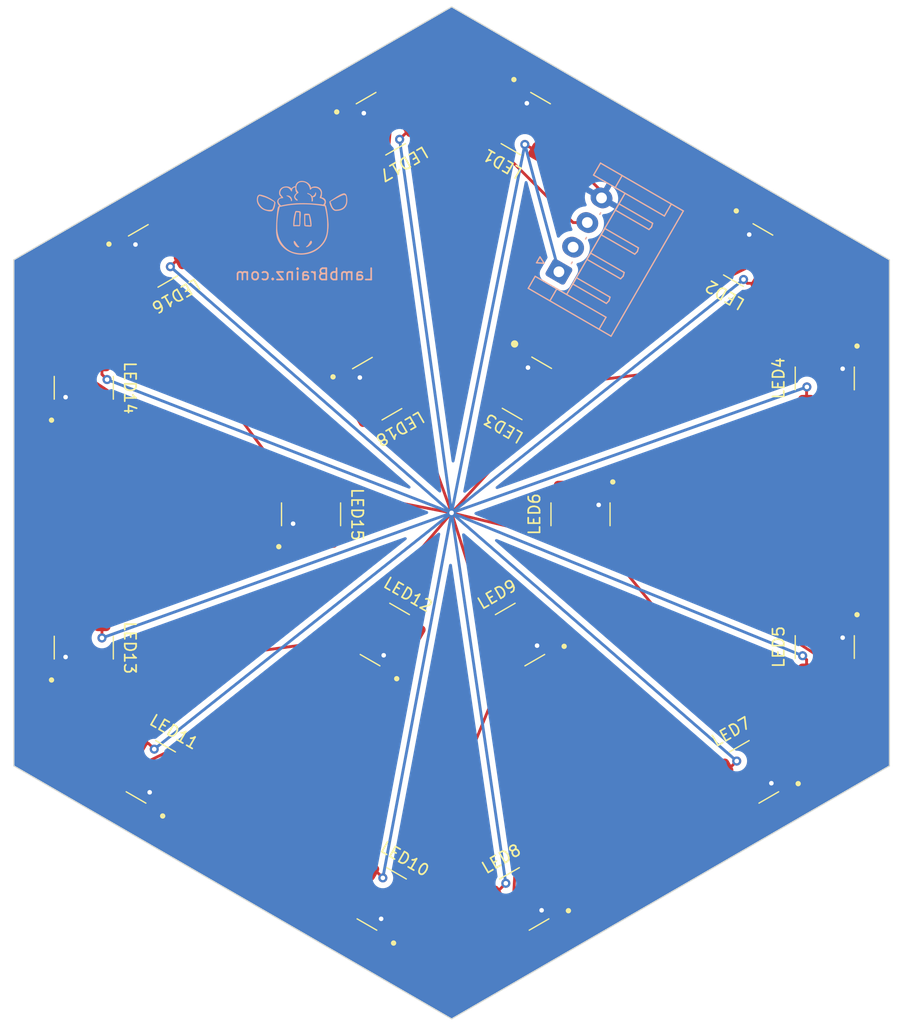
<source format=kicad_pcb>
(kicad_pcb (version 20240108) (generator "pcbnew") (generator_version "8.0")
  (layers (0 "F.Cu" signal) (31 "B.Cu" signal) (34 "B.Paste" user) (35 "F.Paste" user) (36 "B.SilkS" user "B.Silkscreen") (37 "F.SilkS" user "F.Silkscreen") (38 "B.Mask" user) (39 "F.Mask" user) (44 "Edge.Cuts" user))
  (net 0 "")
  (net 1 "+5V")
  (net 3 "GND")
  (net 4 "Data IN")
  (net 5 "Net-(LED1-Data_OUT)")
  (net 6 "Net-(LED2-Data_OUT)")
  (net 7 "Net-(LED3-Data_OUT)")
  (net 8 "Net-(LED4-Data_OUT)")
  (net 9 "Net-(LED5-Data_OUT)")
  (net 10 "Net-(LED6-Data_OUT)")
  (net 11 "Net-(LED7-Data_OUT)")
  (net 12 "Net-(LED8-Data_OUT)")
  (net 13 "Net-(LED10-Data_IN)")
  (net 14 "Net-(LED10-Data_OUT)")
  (net 15 "Net-(LED11-Data_OUT)")
  (net 16 "Net-(LED12-Data_OUT)")
  (net 17 "Net-(LED13-Data_OUT)")
  (net 18 "Net-(LED14-Data_OUT)")
  (net 19 "Net-(LED15-Data_OUT)")
  (net 20 "Net-(LED16-Data_OUT)")
  (net 21 "Net-(LED17-Data_OUT)")
  (footprint "Components:LED_SK6812RGBW_5050Metric_Pad1.5x1.5mm_HandSolder" (layer "F.Cu") (at 183.025 89.325 90)
    (property "Reference" "LED4")
    (property "Value" "LED_SK6812RGBW_5050Metric_Pad1.5x1.5mm_HandSolder" (hide yes))
  )
  (footprint "Components:LED_SK6812RGBW_5050Metric_Pad1.5x1.5mm_HandSolder" (layer "F.Cu") (at 156.575 135.1 30)
    (property "Reference" "LED8")
    (property "Value" "LED_SK6812RGBW_5050Metric_Pad1.5x1.5mm_HandSolder" (hide yes))
  )
  (footprint "Components:LED_SK6812RGBW_5050Metric_Pad1.5x1.5mm_HandSolder" (layer "F.Cu") (at 143.625 90.225 -150)
    (property "Reference" "LED18")
    (property "Value" "LED_SK6812RGBW_5050Metric_Pad1.5x1.5mm_HandSolder" (hide yes))
  )
  (footprint "Components:LED_SK6812RGBW_5050Metric_Pad1.5x1.5mm_HandSolder" (layer "F.Cu") (at 117.8 90.15 -90)
    (property "Reference" "LED14")
    (property "Value" "LED_SK6812RGBW_5050Metric_Pad1.5x1.5mm_HandSolder" (hide yes))
  )
  (footprint "Components:LED_SK6812RGBW_5050Metric_Pad1.5x1.5mm_HandSolder" (layer "F.Cu") (at 156.705935 66.925 150)
    (property "Reference" "LED1")
    (property "Value" "LED_SK6812RGBW_5050Metric_Pad1.5x1.5mm_HandSolder" (hide yes))
  )
  (footprint "Components:LED_SK6812RGBW_5050Metric_Pad1.5x1.5mm_HandSolder" (layer "F.Cu") (at 144.025 135.1 -30)
    (property "Reference" "LED10")
    (property "Value" "LED_SK6812RGBW_5050Metric_Pad1.5x1.5mm_HandSolder" (hide yes))
  )
  (footprint "Components:LED_SK6812RGBW_5050Metric_Pad1.5x1.5mm_HandSolder" (layer "F.Cu") (at 183.025 112.95 90)
    (property "Reference" "LED5")
    (property "Value" "LED_SK6812RGBW_5050Metric_Pad1.5x1.5mm_HandSolder" (hide yes))
  )
  (footprint "Components:LED_SK6812RGBW_5050Metric_Pad1.5x1.5mm_HandSolder" (layer "F.Cu") (at 176.280935 78.475 150)
    (property "Reference" "LED2")
    (property "Value" "LED_SK6812RGBW_5050Metric_Pad1.5x1.5mm_HandSolder" (hide yes))
  )
  (footprint "Components:LED_SK6812RGBW_5050Metric_Pad1.5x1.5mm_HandSolder" (layer "F.Cu") (at 123.9 78.55 -150)
    (property "Reference" "LED16")
    (property "Value" "LED_SK6812RGBW_5050Metric_Pad1.5x1.5mm_HandSolder" (hide yes))
  )
  (footprint "Components:LED_SK6812RGBW_5050Metric_Pad1.5x1.5mm_HandSolder" (layer "F.Cu") (at 123.7 123.925 -30)
    (property "Reference" "LED11")
    (property "Value" "LED_SK6812RGBW_5050Metric_Pad1.5x1.5mm_HandSolder" (hide yes))
  )
  (footprint "Components:LED_SK6812RGBW_5050Metric_Pad1.5x1.5mm_HandSolder" (layer "F.Cu") (at 144.3 111.85 -30)
    (property "Reference" "LED12")
    (property "Value" "LED_SK6812RGBW_5050Metric_Pad1.5x1.5mm_HandSolder" (hide yes))
  )
  (footprint "Components:LED_SK6812RGBW_5050Metric_Pad1.5x1.5mm_HandSolder" (layer "F.Cu") (at 143.95 66.925 -150)
    (property "Reference" "LED17")
    (property "Value" "LED_SK6812RGBW_5050Metric_Pad1.5x1.5mm_HandSolder" (hide yes))
  )
  (footprint "Components:LED_SK6812RGBW_5050Metric_Pad1.5x1.5mm_HandSolder" (layer "F.Cu") (at 156.2 111.85 30)
    (property "Reference" "LED9")
    (property "Value" "LED_SK6812RGBW_5050Metric_Pad1.5x1.5mm_HandSolder" (hide yes))
  )
  (footprint "Components:LED_SK6812RGBW_5050Metric_Pad1.5x1.5mm_HandSolder" (layer "F.Cu") (at 161.525 101.275 90)
    (property "Reference" "LED6")
    (property "Value" "LED_SK6812RGBW_5050Metric_Pad1.5x1.5mm_HandSolder" (hide yes))
  )
  (footprint "Components:LED_SK6812RGBW_5050Metric_Pad1.5x1.5mm_HandSolder" (layer "F.Cu") (at 156.805935 90.2 150)
    (property "Reference" "LED3")
    (property "Value" "LED_SK6812RGBW_5050Metric_Pad1.5x1.5mm_HandSolder" (hide yes))
  )
  (footprint "Components:LED_SK6812RGBW_5050Metric_Pad1.5x1.5mm_HandSolder" (layer "F.Cu") (at 117.8 113 -90)
    (property "Reference" "LED13")
    (property "Value" "LED_SK6812RGBW_5050Metric_Pad1.5x1.5mm_HandSolder" (hide yes))
  )
  (footprint "Components:LED_SK6812RGBW_5050Metric_Pad1.5x1.5mm_HandSolder" (layer "F.Cu") (at 176.8 123.925 30)
    (property "Reference" "LED7")
    (property "Value" "LED_SK6812RGBW_5050Metric_Pad1.5x1.5mm_HandSolder" (hide yes))
  )
  (footprint "Components:LED_SK6812RGBW_5050Metric_Pad1.5x1.5mm_HandSolder" (layer "F.Cu") (at 137.805935 101.275 -90)
    (property "Reference" "LED15")
    (property "Value" "LED_SK6812RGBW_5050Metric_Pad1.5x1.5mm_HandSolder" (hide yes))
  )
  (footprint "Connector_JST:JST_EH_S4B-EH_1x04_P2.50mm_Horizontal" (layer "B.Cu") (at 159.623334 79.947596 60)
    (property "Reference" "J1" (hide yes))
    (property "Value" "Conn_01x04_Socket")
  )
  (gr_poly (pts (xy 136.733702 74.884577) (xy 136.734832 74.884694) (xy 136.735937 74.884873) (xy 136.737007 74.885114) (xy 136.738038 74.885419) (xy 136.739021 74.885788) (xy 136.739951 74.886223) (xy 136.740818 74.886724) (xy 136.741617 74.887292) (xy 136.742341 74.887929) (xy 136.742983 74.888635) (xy 136.743534 74.889412) (xy 136.74399 74.890261) (xy 136.744341 74.891181) (xy 136.744582 74.892176) (xy 136.744706 74.893244) (xy 136.744704 74.894389) (xy 136.744098 74.895103) (xy 136.743407 74.895772) (xy 136.742639 74.896397) (xy 136.741801 74.896974) (xy 136.7409 74.897505) (xy 136.739942 74.897987) (xy 136.738934 74.898419) (xy 136.737884 74.898801) (xy 136.736798 74.899132) (xy 136.735684 74.89941) (xy 136.734547 74.899635) (xy 136.733395 74.899806) (xy 136.732235 74.899921) (xy 136.731073 74.899979) (xy 136.729918 74.89998) (xy 136.728774 74.899923) (xy 136.72765 74.899806) (xy 136.726552 74.899629) (xy 136.725488 74.899391) (xy 136.724463 74.89909) (xy 136.723486 74.898725) (xy 136.722562 74.898296) (xy 136.721699 74.897802) (xy 136.720904 74.897241) (xy 136.720183 74.896613) (xy 136.719544 74.895917) (xy 136.718993 74.895151) (xy 136.718537 74.894314) (xy 136.718184 74.893406) (xy 136.717939 74.892426) (xy 136.717811 74.891372) (xy 136.717805 74.890244) (xy 136.718396 74.889514) (xy 136.719074 74.888829) (xy 136.719831 74.888191) (xy 136.720661 74.8876) (xy 136.721556 74.887058) (xy 136.722509 74.886565) (xy 136.723514 74.886123) (xy 136.724563 74.885732) (xy 136.725649 74.885394) (xy 136.726765 74.885109) (xy 136.727905 74.884878) (xy 136.72906 74.884703) (xy 136.730225 74.884584) (xy 136.731391 74.884523) (xy 136.732553 74.88452)) (fill solid) (layer "B.SilkS"))
  (gr_poly (pts (xy 140.73823 73.043074) (xy 140.743756 73.044936) (xy 140.754712 73.048953) (xy 140.77643 73.057629) (xy 140.787299 73.061982) (xy 140.798247 73.06614) (xy 140.809327 73.069951) (xy 140.814934 73.071678) (xy 140.820593 73.073262) (xy 140.855188 73.109984) (xy 140.864002 73.119022) (xy 140.873031 73.127845) (xy 140.877649 73.13215) (xy 140.882349 73.136371) (xy 140.88714 73.140499) (xy 140.892031 73.144523) (xy 140.903411 73.166689) (xy 140.913901 73.189216) (xy 140.923549 73.212074) (xy 140.932401 73.235234) (xy 140.940504 73.258668) (xy 140.947905 73.282347) (xy 140.954651 73.306243) (xy 140.96079 73.330327) (xy 140.966366 73.35457) (xy 140.971429 73.378943) (xy 140.980199 73.427966) (xy 140.987475 73.477167) (xy 140.993631 73.526317) (xy 140.995986 73.563513) (xy 140.997786 73.600746) (xy 140.998972 73.638001) (xy 140.999485 73.675266) (xy 140.999266 73.712527) (xy 140.998257 73.74977) (xy 140.996398 73.786982) (xy 140.993631 73.824149) (xy 140.98787 73.864962) (xy 140.980864 73.905629) (xy 140.972449 73.946029) (xy 140.967664 73.966091) (xy 140.962465 73.986041) (xy 140.956834 74.005865) (xy 140.950749 74.025545) (xy 140.944191 74.045069) (xy 140.937138 74.06442) (xy 140.929572 74.083584) (xy 140.921471 74.102544) (xy 140.912815 74.121287) (xy 140.903584 74.139797) (xy 140.893672 74.15915) (xy 140.883162 74.178176) (xy 140.87207 74.196862) (xy 140.86041 74.215197) (xy 140.8482 74.23317) (xy 140.835455 74.250769) (xy 140.822191 74.267983) (xy 140.808422 74.2848) (xy 140.794166 74.301209) (xy 140.779438 74.317198) (xy 140.764254 74.332756) (xy 140.748629 74.347872) (xy 140.73258 74.362533) (xy 140.716121 74.376728) (xy 140.699269 74.390446) (xy 140.68204 74.403675) (xy 140.654705 74.423465) (xy 140.626583 74.441858) (xy 140.597731 74.458909) (xy 140.568205 74.474669) (xy 140.538065 74.489192) (xy 140.507368 74.502531) (xy 140.476171 74.514739) (xy 140.444532 74.525869) (xy 140.412508 74.535973) (xy 140.380158 74.545105) (xy 140.347538 74.553318) (xy 140.314707 74.560664) (xy 140.281722 74.567197) (xy 140.24864 74.57297) (xy 140.182418 74.582445) (xy 140.133801 74.58669) (xy 140.121642 74.587552) (xy 140.109468 74.588138) (xy 140.097273 74.58835) (xy 140.091166 74.588285) (xy 140.085052 74.58809) (xy 140.078437 74.592676) (xy 140.057859 74.592219) (xy 140.037223 74.592329) (xy 139.995909 74.592808) (xy 139.975298 74.592459) (xy 139.965018 74.59198) (xy 139.954761 74.591237) (xy 139.944531 74.590187) (xy 139.934332 74.588784) (xy 139.924168 74.586983) (xy 139.914043 74.584739) (xy 139.904034 74.582603) (xy 139.894148 74.580077) (xy 139.884384 74.577182) (xy 139.87474 74.573937) (xy 139.865215 74.570363) (xy 139.855809 74.566479) (xy 139.84652 74.562305) (xy 139.837347 74.557861) (xy 139.828288 74.553167) (xy 139.819343 74.548243) (xy 139.81051 74.543108) (xy 139.801789 74.537783) (xy 139.793178 74.532288) (xy 139.784675 74.526641) (xy 139.767993 74.514977) (xy 139.752825 74.502219) (xy 139.738051 74.489026) (xy 139.723674 74.475412) (xy 139.709699 74.461392) (xy 139.69613 74.44698) (xy 139.682971 74.432193) (xy 139.670228 74.417043) (xy 139.657904 74.401548) (xy 139.646003 74.38572) (xy 139.634531 74.369576) (xy 139.623491 74.353129) (xy 139.612889 74.336395) (xy 139.602727 74.319389) (xy 139.593011 74.302126) (xy 139.583746 74.284619) (xy 139.574935 74.266886) (xy 139.55484 74.226429) (xy 139.535705 74.18551) (xy 139.517537 74.144152) (xy 139.500344 74.102381) (xy 139.484136 74.060221) (xy 139.468919 74.017698) (xy 139.454704 73.974835) (xy 139.441496 73.931658) (xy 139.43179 73.893084) (xy 139.427048 73.873678) (xy 139.422777 73.85418) (xy 139.420912 73.844394) (xy 139.419276 73.834583) (xy 139.417906 73.824744) (xy 139.416841 73.814878) (xy 139.416116 73.804983) (xy 139.41577 73.795058) (xy 139.415839 73.785101) (xy 139.416214 73.777936) (xy 139.516638 73.777936) (xy 139.587634 73.987927) (xy 139.596443 74.012098) (xy 139.60479 74.036451) (xy 139.62116 74.085282) (xy 139.629714 74.109546) (xy 139.638869 74.133567) (xy 139.643755 74.145453) (xy 139.64889 74.157239) (xy 139.654308 74.168911) (xy 139.660043 74.180455) (xy 139.675081 74.209419) (xy 139.690639 74.23822) (xy 139.706931 74.266636) (xy 139.715419 74.280631) (xy 139.724171 74.294446) (xy 139.733213 74.308055) (xy 139.742572 74.32143) (xy 139.752276 74.334543) (xy 139.762349 74.347366) (xy 139.772821 74.359871) (xy 139.783716 74.372032) (xy 139.795062 74.38382) (xy 139.806886 74.395208) (xy 139.816985 74.40537) (xy 139.827583 74.41506) (xy 139.838652 74.424245) (xy 139.850161 74.432891) (xy 139.86208 74.440962) (xy 139.874381 74.448425) (xy 139.887034 74.455245) (xy 139.900008 74.461387) (xy 139.913276 74.466817) (xy 139.926806 74.471501) (xy 139.940569 74.475403) (xy 139.954536 74.47849) (xy 139.968677 74.480727) (xy 139.982963 74.482079) (xy 139.997364 74.482512) (xy 140.01185 74.481992) (xy 140.082919 74.478514) (xy 140.11856 74.475771) (xy 140.154193 74.472263) (xy 140.189759 74.467917) (xy 140.225198 74.462663) (xy 140.260452 74.456427) (xy 140.295462 74.449139) (xy 140.330167 74.440727) (xy 140.364509 74.431118) (xy 140.398429 74.420241) (xy 140.431868 74.408024) (xy 140.464766 74.394396) (xy 140.497065 74.379283) (xy 140.528705 74.362615) (xy 140.559626 74.34432) (xy 140.591101 74.323861) (xy 140.621242 74.301639) (xy 140.650012 74.277754) (xy 140.677375 74.252303) (xy 140.703295 74.225387) (xy 140.727735 74.197102) (xy 140.750659 74.167547) (xy 140.772031 74.136821) (xy 140.791815 74.105022) (xy 140.809973 74.072249) (xy 140.826471 74.0386) (xy 140.841271 74.004174) (xy 140.854337 73.969068) (xy 140.865634 73.933382) (xy 140.875123 73.897214) (xy 140.882771 73.860662) (xy 140.886274 73.841801) (xy 140.889209 73.822891) (xy 140.891623 73.803937) (xy 140.893563 73.784943) (xy 140.896215 73.746856) (xy 140.897543 73.70867) (xy 140.897929 73.670421) (xy 140.897752 73.632149) (xy 140.897234 73.555686) (xy 140.891546 73.458087) (xy 140.889788 73.433721) (xy 140.887536 73.4094) (xy 140.88461 73.385138) (xy 140.88083 73.360952) (xy 140.879787 73.355381) (xy 140.87888 73.349755) (xy 140.877319 73.338395) (xy 140.875832 73.326984) (xy 140.874105 73.315631) (xy 140.873054 73.310012) (xy 140.871825 73.304448) (xy 140.870378 73.298955) (xy 140.868676 73.293546) (xy 140.866678 73.288234) (xy 140.864345 73.283033) (xy 140.861637 73.277958) (xy 140.858517 73.273022) (xy 140.852349 73.263627) (xy 140.845518 73.254852) (xy 140.838074 73.246694) (xy 140.830065 73.239149) (xy 140.821539 73.232213) (xy 140.812546 73.225883) (xy 140.803134 73.220154) (xy 140.793352 73.215023) (xy 140.783249 73.210487) (xy 140.772873 73.206541) (xy 140.762272 73.203183) (xy 140.751497 73.200407) (xy 140.740595 73.19821) (xy 140.729615 73.196589) (xy 140.718605 73.19554) (xy 140.707616 73.195059) (xy 140.673694 73.202429) (xy 140.640124 73.211058) (xy 140.606898 73.220865) (xy 140.574012 73.23177) (xy 140.541461 73.243691) (xy 140.50924 73.256549) (xy 140.477344 73.270263) (xy 140.445767 73.284752) (xy 140.327206 73.341705) (xy 140.209619 73.400582) (xy 140.092866 73.461092) (xy 139.976804 73.522943) (xy 139.746188 73.649505) (xy 139.516638 73.777936) (xy 139.416214 73.777936) (xy 139.416361 73.775113) (xy 139.422728 73.769098) (xy 139.42925 73.763275) (xy 139.435912 73.757625) (xy 139.442696 73.752128) (xy 139.456566 73.741509) (xy 139.470733 73.731259) (xy 139.499432 73.711216) (xy 139.513704 73.701102) (xy 139.527751 73.690711) (xy 139.630627 73.621631) (xy 139.734082 73.553403) (xy 139.942 73.418543) (xy 140.051616 73.347506) (xy 140.106937 73.312765) (xy 140.162696 73.278744) (xy 140.218963 73.245595) (xy 140.275809 73.21347) (xy 140.333307 73.182522) (xy 140.391528 73.152901) (xy 140.473765 73.115911) (xy 140.515425 73.098168) (xy 140.557564 73.081739) (xy 140.578841 73.074208) (xy 140.60027 73.067233) (xy 140.621863 73.060891) (xy 140.64363 73.055258) (xy 140.665582 73.050409) (xy 140.687731 73.046422) (xy 140.710088 73.043372) (xy 140.732663 73.041335)) (fill solid) (layer "B.SilkS"))
  (gr_poly (pts (xy 137.525384 74.839198) (xy 137.534805 74.83975) (xy 137.544194 74.840604) (xy 137.553555 74.841716) (xy 137.562893 74.84304) (xy 137.58152 74.846147) (xy 137.618713 74.852946) (xy 137.637358 74.855923) (xy 137.64671 74.857149) (xy 137.656088 74.858141) (xy 137.66474 74.870563) (xy 137.673009 74.883295) (xy 137.676959 74.889782) (xy 137.680764 74.896352) (xy 137.684407 74.903006) (xy 137.687871 74.909746) (xy 137.69114 74.916575) (xy 137.694197 74.923492) (xy 137.697025 74.930501) (xy 137.699608 74.937603) (xy 137.701929 74.9448) (xy 137.703971 74.952093) (xy 137.705718 74.959483) (xy 137.707153 74.966974) (xy 137.708328 74.974766) (xy 137.70981 74.982474) (xy 137.711562 74.990108) (xy 137.713546 74.997679) (xy 137.715723 75.005197) (xy 137.718056 75.012673) (xy 137.723039 75.027541) (xy 137.73321 75.057238) (xy 137.737793 75.072236) (xy 137.739826 75.07981) (xy 137.741637 75.087447) (xy 137.761426 75.165765) (xy 137.77953 75.244523) (xy 137.795869 75.323679) (xy 137.810362 75.403194) (xy 137.822929 75.483028) (xy 137.833489 75.563139) (xy 137.841961 75.643488) (xy 137.848264 75.724035) (xy 137.849672 75.737102) (xy 137.850709 75.750177) (xy 137.851406 75.763258) (xy 137.851796 75.776344) (xy 137.851782 75.802524) (xy 137.850921 75.82871) (xy 137.849469 75.854892) (xy 137.847681 75.881061) (xy 137.844119 75.93332) (xy 137.842315 75.93655) (xy 137.840322 75.939665) (xy 137.838157 75.942674) (xy 137.835838 75.945584) (xy 137.833382 75.948406) (xy 137.830806 75.951148) (xy 137.828129 75.953819) (xy 137.825366 75.956427) (xy 137.822537 75.958981) (xy 137.819658 75.96149) (xy 137.81382 75.966409) (xy 137.807992 75.971254) (xy 137.802315 75.976094) (xy 137.783175 75.977486) (xy 137.763942 75.97846) (xy 137.744647 75.978982) (xy 137.725321 75.979016) (xy 137.705995 75.978524) (xy 137.6867 75.977471) (xy 137.667467 75.97582) (xy 137.648327 75.973536) (xy 137.559944 75.970023) (xy 137.515692 75.968151) (xy 137.471487 75.965665) (xy 137.427393 75.962163) (xy 137.383475 75.95724) (xy 137.361603 75.95412) (xy 137.3398 75.950494) (xy 137.318073 75.946311) (xy 137.296431 75.941522) (xy 137.290879 75.940182) (xy 137.2854 75.938648) (xy 137.279992 75.936929) (xy 137.274655 75.935034) (xy 137.269388 75.932972) (xy 137.264188 75.930751) (xy 137.259055 75.92838) (xy 137.253988 75.925867) (xy 137.248984 75.923223) (xy 137.244043 75.920455) (xy 137.239164 75.917573) (xy 137.234345 75.914584) (xy 137.229585 75.911498) (xy 137.224883 75.908324) (xy 137.215645 75.901746) (xy 137.213403 75.883103) (xy 137.211726 75.864422) (xy 137.210455 75.845714) (xy 137.209428 75.82699) (xy 137.20746 75.789542) (xy 137.206197 75.77084) (xy 137.204533 75.752168) (xy 137.20313 75.740139) (xy 137.202126 75.728098) (xy 137.201465 75.716046) (xy 137.201091 75.703985) (xy 137.200977 75.679845) (xy 137.201336 75.655695) (xy 137.20172 75.631548) (xy 137.20168 75.607421) (xy 137.201362 75.595369) (xy 137.200769 75.583328) (xy 137.199845 75.5713) (xy 137.198536 75.559287) (xy 137.198498 75.557028) (xy 137.295461 75.557028) (xy 137.295476 75.566745) (xy 137.295735 75.576439) (xy 137.29629 75.586102) (xy 137.297189 75.595727) (xy 137.298485 75.605309) (xy 137.300227 75.61484) (xy 137.302465 75.624313) (xy 137.305251 75.633724) (xy 137.306135 75.660614) (xy 137.30791 75.687453) (xy 137.310351 75.714255) (xy 137.313232 75.741034) (xy 137.319414 75.794582) (xy 137.322264 75.82138) (xy 137.324653 75.848213) (xy 137.356219 75.848657) (xy 137.387803 75.848379) (xy 137.45097 75.847099) (xy 137.482523 75.846818) (xy 137.514037 75.847258) (xy 137.545498 75.848778) (xy 137.561203 75.850057) (xy 137.57689 75.851741) (xy 137.587919 75.851485) (xy 137.598915 75.851589) (xy 137.609882 75.852019) (xy 137.62082 75.852741) (xy 137.642624 75.854931) (xy 137.664345 75.857892) (xy 137.750809 75.872114) (xy 137.746653 75.822692) (xy 137.741341 75.773373) (xy 137.735088 75.724143) (xy 137.72811 75.674988) (xy 137.697275 75.478854) (xy 137.695424 75.469001) (xy 137.693648 75.459165) (xy 137.691855 75.449361) (xy 137.689955 75.439608) (xy 137.664467 75.275919) (xy 137.659936 75.249471) (xy 137.657633 75.236268) (xy 137.655207 75.22309) (xy 137.631041 75.072983) (xy 137.627534 75.052198) (xy 137.624283 75.031389) (xy 137.621281 75.010562) (xy 137.618517 74.989728) (xy 137.613579 74.970501) (xy 137.53477 74.970532) (xy 137.45592 74.971339) (xy 137.377053 74.972014) (xy 137.298195 74.971648) (xy 137.298107 75.479207) (xy 137.295461 75.557028) (xy 137.198498 75.557028) (xy 137.196809 75.455409) (xy 137.196694 75.35149) (xy 137.19706 75.247554) (xy 137.196772 75.143627) (xy 137.198402 75.128023) (xy 137.199596 75.112401) (xy 137.200914 75.081115) (xy 137.201202 75.049789) (xy 137.200939 75.018446) (xy 137.200601 74.987107) (xy 137.200666 74.955793) (xy 137.201611 74.924527) (xy 137.202564 74.908919) (xy 137.203915 74.893331) (xy 137.203917 74.893246) (xy 137.289198 74.893246) (xy 137.2892 74.89439) (xy 137.289806 74.895104) (xy 137.290497 74.895773) (xy 137.291264 74.896398) (xy 137.292102 74.896975) (xy 137.293004 74.897506) (xy 137.293962 74.897988) (xy 137.294969 74.89842) (xy 137.296019 74.898802) (xy 137.297105 74.899133) (xy 137.29822 74.899411) (xy 137.299357 74.899636) (xy 137.300509 74.899806) (xy 137.301669 74.899921) (xy 137.30283 74.89998) (xy 137.303986 74.899981) (xy 137.30513 74.899924) (xy 137.306254 74.899807) (xy 137.307351 74.89963) (xy 137.308416 74.899391) (xy 137.30944 74.89909) (xy 137.310418 74.898726) (xy 137.311341 74.898297) (xy 137.312204 74.897803) (xy 137.313 74.897242) (xy 137.31372 74.896614) (xy 137.31436 74.895917) (xy 137.31491 74.895151) (xy 137.315366 74.894315) (xy 137.31572 74.893407) (xy 137.315964 74.892427) (xy 137.316093 74.891373) (xy 137.316099 74.890244) (xy 137.315507 74.889514) (xy 137.31483 74.88883) (xy 137.314072 74.888192) (xy 137.313243 74.887601) (xy 137.312348 74.887059) (xy 137.311394 74.886566) (xy 137.31039 74.886124) (xy 137.309341 74.885733) (xy 137.308255 74.885394) (xy 137.307139 74.885109) (xy 137.305999 74.884879) (xy 137.304844 74.884704) (xy 137.303679 74.884585) (xy 137.302513 74.884524) (xy 137.301351 74.884521) (xy 137.300202 74.884578) (xy 137.299072 74.884695) (xy 137.297967 74.884874) (xy 137.296897 74.885115) (xy 137.295866 74.88542) (xy 137.294882 74.885789) (xy 137.293953 74.886223) (xy 137.293086 74.886724) (xy 137.292286 74.887293) (xy 137.291563 74.88793) (xy 137.290921 74.888636) (xy 137.290369 74.889413) (xy 137.289914 74.890262) (xy 137.289562 74.891182) (xy 137.289321 74.892177) (xy 137.289198 74.893246) (xy 137.203917 74.893246) (xy 137.203973 74.890327) (xy 137.204254 74.887495) (xy 137.204749 74.884826) (xy 137.205445 74.882313) (xy 137.206333 74.879947) (xy 137.207401 74.877719) (xy 137.20864 74.875622) (xy 137.210036 74.873648) (xy 137.211581 74.871788) (xy 137.213264 74.870035) (xy 137.215072 74.868379) (xy 137.216997 74.866813) (xy 137.221149 74.863918) (xy 137.225633 74.861283) (xy 137.230364 74.858844) (xy 137.235254 74.856535) (xy 137.245165 74.852043) (xy 137.250014 74.849731) (xy 137.254676 74.847286) (xy 137.259065 74.844643) (xy 137.263093 74.841737) (xy 137.29347 74.840151) (xy 137.323872 74.839303) (xy 137.354293 74.839005) (xy 137.384725 74.839069) (xy 137.445594 74.839529) (xy 137.476017 74.83955) (xy 137.506422 74.839179) (xy 137.515924 74.838993)) (fill solid) (layer "B.SilkS"))
  (gr_poly (pts (xy 135.690598 73.236043) (xy 135.714977 73.236363) (xy 135.739314 73.237116) (xy 135.763585 73.238593) (xy 135.775689 73.239693) (xy 135.787766 73.241083) (xy 135.799814 73.2428) (xy 135.811831 73.244878) (xy 135.823812 73.247356) (xy 135.835755 73.250268) (xy 135.848903 73.254323) (xy 135.861881 73.258842) (xy 135.874678 73.263813) (xy 135.887284 73.269229) (xy 135.899688 73.275078) (xy 135.911879 73.28135) (xy 135.923847 73.288036) (xy 135.93558 73.295126) (xy 135.947069 73.30261) (xy 135.958302 73.310477) (xy 135.969268 73.318719) (xy 135.979957 73.327324) (xy 135.990359 73.336283) (xy 136.000461 73.345587) (xy 136.010255 73.355224) (xy 136.019729 73.365186) (xy 136.037426 73.388266) (xy 136.045966 73.400056) (xy 136.054265 73.412017) (xy 136.062299 73.424151) (xy 136.070042 73.436462) (xy 136.077468 73.448953) (xy 136.084552 73.461626) (xy 136.091268 73.474486) (xy 136.09759 73.487535) (xy 136.103493 73.500776) (xy 136.108951 73.514212) (xy 136.11394 73.527847) (xy 136.118432 73.541684) (xy 136.122403 73.555725) (xy 136.125827 73.569973) (xy 136.12813 73.582184) (xy 136.130194 73.594516) (xy 136.131896 73.606935) (xy 136.132573 73.613166) (xy 136.133114 73.619406) (xy 136.133503 73.62565) (xy 136.133724 73.631894) (xy 136.133763 73.638133) (xy 136.133603 73.644362) (xy 136.13323 73.650579) (xy 136.132629 73.656778) (xy 136.131783 73.662954) (xy 136.130678 73.669104) (xy 136.125904 73.679898) (xy 136.120834 73.690568) (xy 136.115452 73.701089) (xy 136.109742 73.711437) (xy 136.103689 73.721586) (xy 136.10053 73.726579) (xy 136.097278 73.731512) (xy 136.093933 73.736384) (xy 136.090492 73.74119) (xy 136.086955 73.745928) (xy 136.083317 73.750595) (xy 136.037015 73.721844) (xy 136.036707 73.709361) (xy 136.036604 73.69686) (xy 136.036375 73.671859) (xy 136.035931 73.659389) (xy 136.035055 73.646958) (xy 136.034406 73.640762) (xy 136.033588 73.634581) (xy 136.032583 73.628417) (xy 136.031371 73.622272) (xy 136.028928 73.611003) (xy 136.025949 73.599916) (xy 136.02246 73.589014) (xy 136.018489 73.578298) (xy 136.01406 73.567767) (xy 136.009201 73.557425) (xy 136.003938 73.547271) (xy 135.998298 73.537308) (xy 135.992306 73.527535) (xy 135.985988 73.517956) (xy 135.979372 73.508569) (xy 135.972484 73.499377) (xy 135.96535 73.490381) (xy 135.957996 73.481583) (xy 135.950449 73.472982) (xy 135.942735 73.46458) (xy 135.938968 73.459646) (xy 135.935019 73.454885) (xy 135.930906 73.450283) (xy 135.926645 73.445823) (xy 135.922255 73.441488) (xy 135.917751 73.437264) (xy 135.913151 73.433134) (xy 135.908472 73.429082) (xy 135.87024 73.397553) (xy 135.856555 73.388243) (xy 135.842693 73.379222) (xy 135.814484 73.361985) (xy 135.785705 73.34572) (xy 135.756447 73.330304) (xy 135.726799 73.315616) (xy 135.696855 73.301534) (xy 135.666703 73.287935) (xy 135.636436 73.274698) (xy 135.633437 73.239685) (xy 135.641992 73.246299) (xy 135.641815 73.235539)) (fill solid) (layer "B.SilkS"))
  (gr_poly (pts (xy 137.812492 77.218866) (xy 137.815122 77.219075) (xy 137.817731 77.219417) (xy 137.820313 77.219894) (xy 137.822862 77.220508) (xy 137.825374 77.221263) (xy 137.827841 77.222162) (xy 137.830259 77.223206) (xy 137.832622 77.224399) (xy 137.834924 77.225743) (xy 137.83716 77.227242) (xy 137.839324 77.228897) (xy 137.84141 77.230711) (xy 137.843413 77.232688) (xy 137.851822 77.242262) (xy 137.859325 77.25245) (xy 137.865923 77.263183) (xy 137.871619 77.274395) (xy 137.876416 77.286016) (xy 137.880316 77.297979) (xy 137.883323 77.310216) (xy 137.885438 77.322658) (xy 137.886664 77.335237) (xy 137.887004 77.347886) (xy 137.88646 77.360537) (xy 137.885035 77.37312) (xy 137.882732 77.385569) (xy 137.879553 77.397814) (xy 137.8755 77.409789) (xy 137.870577 77.421425) (xy 137.862321 77.439053) (xy 137.853143 77.456048) (xy 137.843116 77.47245) (xy 137.832309 77.4883) (xy 137.820794 77.503637) (xy 137.808643 77.518503) (xy 137.795926 77.532937) (xy 137.782713 77.546981) (xy 137.769078 77.560674) (xy 137.755089 77.574057) (xy 137.726338 77.600056) (xy 137.66773 77.650113) (xy 137.637301 77.674201) (xy 137.605983 77.698088) (xy 137.589948 77.709667) (xy 137.573639 77.720847) (xy 137.557041 77.731513) (xy 137.540135 77.741549) (xy 137.522904 77.750838) (xy 137.505332 77.759266) (xy 137.487401 77.766715) (xy 137.469094 77.77307) (xy 137.450395 77.778215) (xy 137.431285 77.782033) (xy 137.411749 77.784409) (xy 137.401816 77.78502) (xy 137.39177 77.785227) (xy 137.389693 77.785356) (xy 137.387648 77.785382) (xy 137.385635 77.785307) (xy 137.383657 77.785133) (xy 137.381714 77.784864) (xy 137.379807 77.7845) (xy 137.377939 77.784046) (xy 137.376111 77.783503) (xy 137.374323 77.782874) (xy 137.372578 77.782161) (xy 137.370877 77.781367) (xy 137.369221 77.780494) (xy 137.367611 77.779545) (xy 137.366048 77.778522) (xy 137.364536 77.777427) (xy 137.363073 77.776264) (xy 137.361663 77.775034) (xy 137.360306 77.773741) (xy 137.359003 77.772386) (xy 137.357757 77.770972) (xy 137.356568 77.769501) (xy 137.355438 77.767977) (xy 137.354368 77.7664) (xy 137.353359 77.764775) (xy 137.352414 77.763103) (xy 137.351532 77.761387) (xy 137.350717 77.75963) (xy 137.349968 77.757833) (xy 137.349288 77.755999) (xy 137.348678 77.754131) (xy 137.348139 77.752231) (xy 137.347672 77.750302) (xy 137.369535 77.73684) (xy 137.390775 77.722542) (xy 137.411396 77.707446) (xy 137.431402 77.691589) (xy 137.450795 77.67501) (xy 137.469581 77.657746) (xy 137.487762 77.639836) (xy 137.505342 77.621317) (xy 137.522324 77.602228) (xy 137.538713 77.582606) (xy 137.554511 77.56249) (xy 137.569723 77.541917) (xy 137.584353 77.520926) (xy 137.598403 77.499554) (xy 137.611877 77.477839) (xy 137.624779 77.45582) (xy 137.632858 77.441676) (xy 137.640703 77.427325) (xy 137.655982 77.398232) (xy 137.671184 77.368995) (xy 137.686879 77.340065) (xy 137.695089 77.325857) (xy 137.703637 77.311896) (xy 137.712592 77.298239) (xy 137.722026 77.284941) (xy 137.732011 77.27206) (xy 137.742617 77.259652) (xy 137.753916 77.247773) (xy 137.765978 77.236481) (xy 137.767941 77.234685) (xy 137.76999 77.23297) (xy 137.772119 77.23134) (xy 137.774323 77.229796) (xy 137.778931 77.226979) (xy 137.783771 77.22454) (xy 137.788795 77.222502) (xy 137.79396 77.220887) (xy 137.796581 77.220244) (xy 137.79922 77.219714) (xy 137.801872 77.219301) (xy 137.804531 77.219007) (xy 137.807191 77.218835) (xy 137.809846 77.218787)) (fill solid) (layer "B.SilkS"))
  (gr_poly (pts (xy 138.224841 72.962272) (xy 138.227995 72.965354) (xy 138.231164 72.968435) (xy 138.23428 72.971562) (xy 138.235798 72.973159) (xy 138.237277 72.974785) (xy 138.238709 72.976447) (xy 138.240086 72.978151) (xy 138.2414 72.979903) (xy 138.242641 72.981709) (xy 138.243802 72.983576) (xy 138.244875 72.985508) (xy 138.249222 73.005868) (xy 138.252352 73.026395) (xy 138.254279 73.04703) (xy 138.255019 73.067715) (xy 138.254584 73.088391) (xy 138.252991 73.108999) (xy 138.250253 73.129482) (xy 138.246385 73.149781) (xy 138.241402 73.169837) (xy 138.235319 73.189591) (xy 138.22815 73.208985) (xy 138.219909 73.227961) (xy 138.210611 73.24646) (xy 138.200272 73.264424) (xy 138.188904 73.281793) (xy 138.176524 73.29851) (xy 138.17173 73.304313) (xy 138.166878 73.310074) (xy 138.161976 73.315786) (xy 138.157033 73.32144) (xy 138.152244 73.324543) (xy 138.147529 73.327755) (xy 138.142877 73.331062) (xy 138.13828 73.334449) (xy 138.133729 73.337903) (xy 138.129214 73.341408) (xy 138.120256 73.348516) (xy 138.110166 73.354104) (xy 138.099881 73.359316) (xy 138.089415 73.364142) (xy 138.078782 73.368571) (xy 138.067997 73.372591) (xy 138.057072 73.376191) (xy 138.046022 73.379359) (xy 138.034862 73.382085) (xy 138.023604 73.384358) (xy 138.012263 73.386165) (xy 138.000852 73.387496) (xy 137.989386 73.38834) (xy 137.977879 73.388685) (xy 137.966345 73.388521) (xy 137.954797 73.387835) (xy 137.94325 73.386616) (xy 137.948517 73.403005) (xy 137.953328 73.41955) (xy 137.957664 73.436233) (xy 137.961506 73.453038) (xy 137.964835 73.469945) (xy 137.967632 73.486939) (xy 137.96988 73.504001) (xy 137.97156 73.521113) (xy 137.970909 73.538972) (xy 137.970616 73.556832) (xy 137.970755 73.592551) (xy 137.971275 73.628269) (xy 137.971472 73.663988) (xy 137.970813 73.671368) (xy 137.969943 73.678857) (xy 137.968833 73.686408) (xy 137.967458 73.693974) (xy 137.965788 73.701507) (xy 137.963796 73.708959) (xy 137.961456 73.716283) (xy 137.958739 73.723431) (xy 137.955617 73.730356) (xy 137.953897 73.73372) (xy 137.952064 73.73701) (xy 137.950118 73.740221) (xy 137.948052 73.743346) (xy 137.945866 73.74638) (xy 137.943554 73.749316) (xy 137.941113 73.752149) (xy 137.938541 73.754873) (xy 137.935833 73.757481) (xy 137.932986 73.759968) (xy 137.929997 73.762328) (xy 137.926863 73.764555) (xy 137.923579 73.766643) (xy 137.920142 73.768586) (xy 137.917703 73.76953) (xy 137.915279 73.770313) (xy 137.912872 73.770942) (xy 137.910481 73.771421) (xy 137.908108 73.771756) (xy 137.905753 73.771952) (xy 137.903415 73.772015) (xy 137.901096 73.771949) (xy 137.898797 73.77176) (xy 137.896516 73.771454) (xy 137.894256 73.771035) (xy 137.892015 73.770509) (xy 137.889796 73.769881) (xy 137.887598 73.769157) (xy 137.885421 73.768341) (xy 137.883266 73.76744) (xy 137.879025 73.765401) (xy 137.874876 73.763081) (xy 137.870825 73.760524) (xy 137.866874 73.757772) (xy 137.863027 73.754866) (xy 137.859288 73.75185) (xy 137.855659 73.748766) (xy 137.852144 73.745656) (xy 137.853945 73.729727) (xy 137.855388 73.713792) (xy 137.857276 73.681905) (xy 137.857949 73.650006) (xy 137.857546 73.618105) (xy 137.85621 73.586212) (xy 137.854079 73.554337) (xy 137.851296 73.522492) (xy 137.848 73.490686) (xy 137.84426 73.471773) (xy 137.840323 73.452894) (xy 137.836098 73.434081) (xy 137.831496 73.415368) (xy 137.826427 73.396786) (xy 137.820801 73.37837) (xy 137.814528 73.360152) (xy 137.811121 73.351128) (xy 137.807518 73.342166) (xy 137.801391 73.329225) (xy 137.795079 73.316358) (xy 137.788529 73.303607) (xy 137.781688 73.291014) (xy 137.774505 73.278618) (xy 137.766925 73.266462) (xy 137.762971 73.260487) (xy 137.758897 73.254588) (xy 137.754698 73.248769) (xy 137.750368 73.243036) (xy 137.742602 73.233097) (xy 137.734372 73.223643) (xy 137.725709 73.214655) (xy 137.716642 73.206114) (xy 137.707202 73.198003) (xy 137.697419 73.190303) (xy 137.687324 73.182996) (xy 137.676946 73.176063) (xy 137.666316 73.169487) (xy 137.655464 73.16325) (xy 137.64442 73.157333) (xy 137.633215 73.151717) (xy 137.621879 73.146386) (xy 137.610442 73.14132) (xy 137.587385 73.131911) (xy 137.557735 73.120607) (xy 137.54291 73.114775) (xy 137.535573 73.111703) (xy 137.528316 73.108484) (xy 137.521161 73.105086) (xy 137.514128 73.101478) (xy 137.50724 73.097626) (xy 137.500519 73.093501) (xy 137.493985 73.089069) (xy 137.487661 73.084298) (xy 137.481569 73.079157) (xy 137.47573 73.073614) (xy 137.475041 73.060003) (xy 137.474518 73.046417) (xy 137.473702 73.019286) (xy 137.480844 73.020166) (xy 137.487978 73.021094) (xy 137.495096 73.022089) (xy 137.502189 73.023167) (xy 137.534543 73.033636) (xy 137.566751 73.04479) (xy 137.598668 73.05681) (xy 137.630148 73.069877) (xy 137.645678 73.07686) (xy 137.661045 73.084172) (xy 137.676229 73.091836) (xy 137.691213 73.099876) (xy 137.705978 73.108312) (xy 137.720507 73.117169) (xy 137.73478 73.126468) (xy 137.74878 73.136232) (xy 137.761315 73.144975) (xy 137.773551 73.154097) (xy 137.785485 73.163585) (xy 137.797112 73.173429) (xy 137.80843 73.183615) (xy 137.819435 73.194133) (xy 137.830123 73.20497) (xy 137.840491 73.216115) (xy 137.850536 73.227555) (xy 137.860254 73.239279) (xy 137.869641 73.251275) (xy 137.878695 73.26353) (xy 137.887411 73.276034) (xy 137.895786 73.288774) (xy 137.903816 73.301738) (xy 137.911499 73.314914) (xy 137.922557 73.310032) (xy 137.933502 73.30491) (xy 137.94433 73.299548) (xy 137.955034 73.293946) (xy 137.965611 73.288105) (xy 137.976054 73.282023) (xy 137.986358 73.275702) (xy 137.996519 73.269142) (xy 138.018136 73.25285) (xy 138.039481 73.236245) (xy 138.060577 73.219309) (xy 138.08145 73.202026) (xy 138.088506 73.190737) (xy 138.093983 73.185222) (xy 138.099178 73.179547) (xy 138.108787 73.16775) (xy 138.117451 73.155414) (xy 138.125291 73.142607) (xy 138.132427 73.129396) (xy 138.13898 73.115848) (xy 138.145069 73.102031) (xy 138.150815 73.088012) (xy 138.172767 73.031267) (xy 138.178598 73.017251) (xy 138.184807 73.003438) (xy 138.191513 72.989894) (xy 138.198837 72.976689) (xy 138.221768 72.959138)) (fill solid) (layer "B.SilkS"))
  (gr_poly (pts (xy 136.530305 74.595359) (xy 136.537476 74.595648) (xy 136.544662 74.596204) (xy 136.575978 74.599045) (xy 136.607335 74.601555) (xy 136.670074 74.606401) (xy 136.701407 74.609149) (xy 136.732681 74.612389) (xy 136.763873 74.616325) (xy 136.794958 74.621163) (xy 136.794957 74.621163) (xy 136.816189 74.625718) (xy 136.821569 74.627035) (xy 136.826911 74.628489) (xy 136.832184 74.630115) (xy 136.837356 74.631945) (xy 136.842393 74.634012) (xy 136.847263 74.63635) (xy 136.851934 74.638993) (xy 136.854185 74.640439) (xy 136.856373 74.641974) (xy 136.858495 74.643601) (xy 136.860547 74.645326) (xy 136.862525 74.647151) (xy 136.864424 74.649082) (xy 136.866241 74.651122) (xy 136.867972 74.653275) (xy 136.869612 74.655547) (xy 136.871157 74.65794) (xy 136.873955 74.661444) (xy 136.876564 74.665026) (xy 136.881245 74.672409) (xy 136.885248 74.680059) (xy 136.888625 74.687949) (xy 136.891425 74.696051) (xy 136.893698 74.704336) (xy 136.895495 74.712775) (xy 136.896866 74.721341) (xy 136.89786 74.730005) (xy 136.898528 74.738739) (xy 136.898921 74.747514) (xy 136.899087 74.756303) (xy 136.898943 74.773807) (xy 136.898497 74.791025) (xy 136.901407 74.824145) (xy 136.903227 74.857257) (xy 136.90406 74.890363) (xy 136.904009 74.923462) (xy 136.901666 74.989635) (xy 136.89702 75.055774) (xy 136.871863 75.319927) (xy 136.872434 75.450762) (xy 136.872366 75.516233) (xy 136.871278 75.581655) (xy 136.868582 75.646966) (xy 136.863689 75.712102) (xy 136.860236 75.744585) (xy 136.856012 75.777) (xy 136.850946 75.80934) (xy 136.844963 75.841597) (xy 136.842549 75.852444) (xy 136.840535 75.863351) (xy 136.838925 75.874312) (xy 136.83772 75.88532) (xy 136.836925 75.896369) (xy 136.836542 75.907454) (xy 136.836574 75.918567) (xy 136.837026 75.929704) (xy 136.834339 75.931637) (xy 136.831607 75.933391) (xy 136.82883 75.934974) (xy 136.826011 75.936393) (xy 136.823153 75.937658) (xy 136.820257 75.938776) (xy 136.814361 75.940604) (xy 136.808342 75.941944) (xy 136.802217 75.94286) (xy 136.796004 75.943418) (xy 136.78972 75.943683) (xy 136.783384 75.943721) (xy 136.777013 75.943596) (xy 136.764236 75.943123) (xy 136.751532 75.942787) (xy 136.745251 75.942833) (xy 136.739042 75.943109) (xy 136.682634 75.943516) (xy 136.626202 75.943287) (xy 136.51333 75.942547) (xy 136.456923 75.942849) (xy 136.400557 75.944139) (xy 136.344249 75.946825) (xy 136.288015 75.951312) (xy 136.280151 75.950314) (xy 136.276014 75.949753) (xy 136.271818 75.949101) (xy 136.26762 75.948318) (xy 136.26348 75.947367) (xy 136.26145 75.946816) (xy 136.259455 75.946209) (xy 136.257504 75.945541) (xy 136.255604 75.944807) (xy 136.253761 75.944002) (xy 136.251984 75.943121) (xy 136.250279 75.94216) (xy 136.248653 75.941114) (xy 136.247115 75.939977) (xy 136.245671 75.938747) (xy 136.244328 75.937416) (xy 136.243094 75.935982) (xy 136.241976 75.934438) (xy 136.240981 75.932781) (xy 136.240117 75.931005) (xy 136.239391 75.929105) (xy 136.23881 75.927078) (xy 136.238381 75.924917) (xy 136.238111 75.922619) (xy 136.238009 75.920178) (xy 136.235732 75.862735) (xy 136.235691 75.834894) (xy 136.327968 75.834894) (xy 136.456819 75.834784) (xy 136.521245 75.8342) (xy 136.585671 75.832954) (xy 136.597492 75.832754) (xy 136.609307 75.832846) (xy 136.632923 75.833709) (xy 136.680116 75.836747) (xy 136.703704 75.838119) (xy 136.727293 75.838858) (xy 136.73909 75.838865) (xy 136.750889 75.838564) (xy 136.76269 75.837904) (xy 136.774495 75.836835) (xy 136.774495 74.732111) (xy 136.774496 74.732111) (xy 136.741082 74.729864) (xy 136.707704 74.727166) (xy 136.641002 74.721263) (xy 136.607652 74.718479) (xy 136.574285 74.716087) (xy 136.540886 74.714299) (xy 136.507443 74.713325) (xy 136.503769 74.730361) (xy 136.499814 74.747347) (xy 136.495661 74.764299) (xy 136.491391 74.781235) (xy 136.475869 74.847822) (xy 136.470192 74.871701) (xy 136.467299 74.88369) (xy 136.464316 74.895712) (xy 136.460962 74.914682) (xy 136.457392 74.933635) (xy 136.453625 74.952589) (xy 136.449675 74.971559) (xy 136.447409 74.979715) (xy 136.445326 74.987907) (xy 136.44162 75.004386) (xy 136.43838 75.02096) (xy 136.435432 75.037594) (xy 136.429708 75.070901) (xy 136.42658 75.087504) (xy 136.423041 75.104027) (xy 136.419064 75.127165) (xy 136.415368 75.150362) (xy 136.411606 75.173542) (xy 136.409591 75.185102) (xy 136.40743 75.196631) (xy 136.40673 75.201596) (xy 136.405962 75.206567) (xy 136.404288 75.216519) (xy 136.400816 75.236407) (xy 136.382477 75.36254) (xy 136.374231 75.425742) (xy 136.366684 75.489029) (xy 136.359898 75.552393) (xy 136.353935 75.615832) (xy 136.348856 75.679338) (xy 136.344724 75.742907) (xy 136.344897 75.747106) (xy 136.344956 75.751299) (xy 136.344909 75.755489) (xy 136.344763 75.759674) (xy 136.344197 75.76803) (xy 136.343313 75.776366) (xy 136.342164 75.784682) (xy 136.340805 75.792976) (xy 136.339289 75.801247) (xy 136.337669 75.809494) (xy 136.332785 75.822194) (xy 136.327968 75.834894) (xy 136.235691 75.834894) (xy 136.235648 75.8053) (xy 136.237267 75.747873) (xy 136.240093 75.690454) (xy 136.247398 75.575641) (xy 136.250891 75.518247) (xy 136.25362 75.460862) (xy 136.259284 75.391795) (xy 136.266486 75.322866) (xy 136.275229 75.254113) (xy 136.285513 75.185574) (xy 136.297339 75.117287) (xy 136.310708 75.04929) (xy 136.325621 74.981622) (xy 136.342079 74.914321) (xy 136.383861 74.762175) (xy 136.39486 74.724306) (xy 136.406447 74.686626) (xy 136.418808 74.649197) (xy 136.432126 74.612079) (xy 136.445845 74.608003) (xy 136.459681 74.604315) (xy 136.473624 74.601118) (xy 136.480633 74.599737) (xy 136.487666 74.598519) (xy 136.494722 74.597476) (xy 136.501799 74.596622) (xy 136.508897 74.59597) (xy 136.516015 74.595534) (xy 136.523152 74.595326)) (fill solid) (layer "B.SilkS"))
  (gr_poly (pts (xy 137.011937 71.955629) (xy 137.041715 71.95682) (xy 137.071436 71.959045) (xy 137.101046 71.962253) (xy 137.130489 71.966394) (xy 137.159712 71.971417) (xy 137.188658 71.977269) (xy 137.188657 71.977269) (xy 137.220889 71.984357) (xy 137.2528 71.992704) (xy 137.284354 72.002285) (xy 137.31551 72.013074) (xy 137.346231 72.025045) (xy 137.376477 72.038172) (xy 137.40621 72.052429) (xy 137.435392 72.067789) (xy 137.463984 72.084228) (xy 137.491947 72.101719) (xy 137.519243 72.120235) (xy 137.545832 72.139752) (xy 137.571677 72.160243) (xy 137.596739 72.181682) (xy 137.620979 72.204043) (xy 137.644358 72.2273) (xy 137.660304 72.243942) (xy 137.675513 72.261267) (xy 137.689953 72.27924) (xy 137.703593 72.297823) (xy 137.716403 72.31698) (xy 137.728351 72.336676) (xy 137.739408 72.356875) (xy 137.749541 72.377539) (xy 137.75872 72.398634) (xy 137.766915 72.420122) (xy 137.774094 72.441968) (xy 137.780226 72.464135) (xy 137.785281 72.486588) (xy 137.789227 72.50929) (xy 137.792034 72.532204) (xy 137.793672 72.555295) (xy 137.808899 72.54474) (xy 137.824473 72.534735) (xy 137.840371 72.525277) (xy 137.856575 72.51636) (xy 137.873063 72.507982) (xy 137.889816 72.500139) (xy 137.906813 72.492826) (xy 137.924034 72.486041) (xy 137.941458 72.479778) (xy 137.959066 72.474034) (xy 137.976837 72.468806) (xy 137.994751 72.464089) (xy 138.012787 72.459879) (xy 138.030925 72.456173) (xy 138.049145 72.452966) (xy 138.067427 72.450256) (xy 138.133683 72.445251) (xy 138.150247 72.444552) (xy 138.158523 72.444458) (xy 138.166795 72.444575) (xy 138.17506 72.444936) (xy 138.183317 72.44557) (xy 138.191567 72.44651) (xy 138.199807 72.447786) (xy 138.229266 72.45004) (xy 138.258662 72.453558) (xy 138.287923 72.458337) (xy 138.316979 72.464374) (xy 138.34576 72.471666) (xy 138.374196 72.480211) (xy 138.402217 72.490005) (xy 138.429752 72.501045) (xy 138.456731 72.513328) (xy 138.483083 72.526852) (xy 138.508739 72.541613) (xy 138.533629 72.557609) (xy 138.557681 72.574836) (xy 138.580825 72.593292) (xy 138.602992 72.612973) (xy 138.624111 72.633877) (xy 138.637072 72.648963) (xy 138.649609 72.664447) (xy 138.661695 72.680317) (xy 138.6733 72.696558) (xy 138.684396 72.713158) (xy 138.694954 72.730103) (xy 138.704947 72.747381) (xy 138.714345 72.764978) (xy 138.723119 72.78288) (xy 138.731242 72.801076) (xy 138.738684 72.819551) (xy 138.745418 72.838292) (xy 138.751414 72.857287) (xy 138.756644 72.876521) (xy 138.76108 72.895983) (xy 138.764692 72.915658) (xy 138.767801 72.934223) (xy 138.771042 72.952788) (xy 138.773197 72.968133) (xy 138.774707 72.983475) (xy 138.775632 72.998816) (xy 138.776034 73.014155) (xy 138.775971 73.029491) (xy 138.775504 73.044826) (xy 138.7736 73.075488) (xy 138.761871 73.198057) (xy 138.759445 73.224348) (xy 138.756171 73.250629) (xy 138.754171 73.263731) (xy 138.751905 73.27679) (xy 138.749355 73.289791) (xy 138.746502 73.302721) (xy 138.74333 73.315567) (xy 138.739818 73.328314) (xy 138.73595 73.340949) (xy 138.731708 73.353458) (xy 138.727072 73.365827) (xy 138.722026 73.378044) (xy 138.716551 73.390093) (xy 138.710629 73.401962) (xy 138.723109 73.402127) (xy 138.735588 73.402227) (xy 138.74527 73.403654) (xy 138.754902 73.405316) (xy 138.764483 73.407206) (xy 138.774012 73.409314) (xy 138.783489 73.411633) (xy 138.792913 73.414153) (xy 138.811601 73.419766) (xy 138.830069 73.426087) (xy 138.848313 73.433047) (xy 138.866328 73.440579) (xy 138.884108 73.448617) (xy 138.90079 73.456296) (xy 138.91723 73.464646) (xy 138.933372 73.473661) (xy 138.949161 73.483337) (xy 138.96454 73.493667) (xy 138.979453 73.504646) (xy 138.993844 73.51627) (xy 139.007658 73.528532) (xy 139.020838 73.541428) (xy 139.033328 73.554952) (xy 139.045073 73.5691) (xy 139.056017 73.583865) (xy 139.066104 73.599242) (xy 139.075277 73.615226) (xy 139.083481 73.631812) (xy 139.090659 73.648995) (xy 139.097754 73.66834) (xy 139.103602 73.687925) (xy 139.108264 73.707716) (xy 139.111802 73.727682) (xy 139.114277 73.747792) (xy 139.115751 73.768012) (xy 139.116284 73.788312) (xy 139.115938 73.80866) (xy 139.114775 73.829023) (xy 139.112855 73.849369) (xy 139.110241 73.869668) (xy 139.106993 73.889886) (xy 139.103173 73.909992) (xy 139.098843 73.929953) (xy 139.088896 73.969317) (xy 139.087144 73.976642) (xy 139.085169 73.983899) (xy 139.082975 73.991083) (xy 139.080568 73.998193) (xy 139.077952 74.005225) (xy 139.075133 74.012177) (xy 139.072117 74.019045) (xy 139.068908 74.025828) (xy 139.065512 74.032522) (xy 139.061934 74.039124) (xy 139.05818 74.045631) (xy 139.054255 74.052041) (xy 139.050164 74.058351) (xy 139.045912 74.064557) (xy 139.041505 74.070658) (xy 139.036949 74.07665) (xy 139.042238 74.07907) (xy 139.047663 74.081363) (xy 139.058785 74.08573) (xy 139.070035 74.090074) (xy 139.075621 74.092339) (xy 139.081134 74.094719) (xy 139.08654 74.097255) (xy 139.091803 74.099988) (xy 139.096889 74.102958) (xy 139.101763 74.106205) (xy 139.10639 74.10977) (xy 139.1086 74.111684) (xy 139.110735 74.113693) (xy 139.112791 74.115802) (xy 139.114764 74.118015) (xy 139.116648 74.120338) (xy 139.11844 74.122776) (xy 139.142459 74.217485) (xy 139.165734 74.312394) (xy 139.17655 74.360026) (xy 139.186529 74.407831) (xy 139.195453 74.455852) (xy 139.203107 74.504128) (xy 139.228296 74.653847) (xy 139.250963 74.803945) (xy 139.271729 74.954309) (xy 139.291213 75.104821) (xy 139.308852 75.263659) (xy 139.31065 75.285698) (xy 139.312655 75.307745) (xy 139.314942 75.329776) (xy 139.317584 75.351766) (xy 139.320652 75.38652) (xy 139.32401 75.421241) (xy 139.327021 75.455995) (xy 139.328198 75.473405) (xy 139.329048 75.490848) (xy 139.335222 75.563608) (xy 139.337388 75.592354) (xy 139.339257 75.621133) (xy 139.341423 75.649879) (xy 139.342804 75.664219) (xy 139.344483 75.678526) (xy 139.344379 75.705465) (xy 139.345108 75.73238) (xy 139.347768 75.786167) (xy 139.349049 75.813057) (xy 139.349865 75.839955) (xy 139.349892 75.866869) (xy 139.349507 75.880335) (xy 139.348804 75.893808) (xy 139.347808 75.901652) (xy 139.347019 75.909504) (xy 139.345971 75.925235) (xy 139.345468 75.940992) (xy 139.34532 75.956768) (xy 139.345331 75.988351) (xy 139.34511 76.004144) (xy 139.344483 76.019927) (xy 139.342797 76.034204) (xy 139.341401 76.048522) (xy 139.340228 76.062871) (xy 139.339213 76.077242) (xy 139.337388 76.106011) (xy 139.335398 76.134756) (xy 139.334086 76.144656) (xy 139.332904 76.154577) (xy 139.33079 76.174465) (xy 139.328775 76.194386) (xy 139.326579 76.214308) (xy 139.325668 76.22004) (xy 139.324833 76.225792) (xy 139.323261 76.237326) (xy 139.321606 76.24886) (xy 139.320667 76.254612) (xy 139.319611 76.260344) (xy 139.319504 76.279323) (xy 139.319047 76.298289) (xy 139.318238 76.317236) (xy 139.317076 76.336159) (xy 139.315559 76.355053) (xy 139.313683 76.373913) (xy 139.311449 76.392734) (xy 139.308853 76.41151) (xy 139.302196 76.457905) (xy 139.294978 76.504213) (xy 139.287173 76.550422) (xy 139.278756 76.59652) (xy 139.269702 76.642493) (xy 139.259987 76.68833) (xy 139.249585 76.734018) (xy 139.238473 76.779545) (xy 139.222331 76.842925) (xy 139.203892 76.905679) (xy 139.183192 76.967728) (xy 139.160266 77.028992) (xy 139.135149 77.089393) (xy 139.107876 77.14885) (xy 139.078482 77.207284) (xy 139.047003 77.264615) (xy 139.032015 77.2907) (xy 139.016532 77.316474) (xy 139.000574 77.341943) (xy 138.98416 77.367113) (xy 138.967311 77.391993) (xy 138.950046 77.416587) (xy 138.914347 77.464949) (xy 138.877223 77.512252) (xy 138.83883 77.55855) (xy 138.799327 77.603898) (xy 138.758872 77.648349) (xy 138.713092 77.696709) (xy 138.666179 77.743989) (xy 138.618142 77.790134) (xy 138.568989 77.83509) (xy 138.518728 77.878801) (xy 138.467367 77.921214) (xy 138.414915 77.962272) (xy 138.361379 78.001922) (xy 138.317969 78.033268) (xy 138.296138 78.048792) (xy 138.274121 78.064043) (xy 138.251844 78.078894) (xy 138.229232 78.093215) (xy 138.206208 78.106876) (xy 138.194518 78.113419) (xy 138.182697 78.119749) (xy 138.125326 78.15094) (xy 138.067146 78.180518) (xy 138.008201 78.208488) (xy 137.948536 78.234854) (xy 137.888196 78.25962) (xy 137.827226 78.28279) (xy 137.765668 78.304369) (xy 137.70357 78.32436) (xy 137.640974 78.342768) (xy 137.577925 78.359597) (xy 137.514469 78.37485) (xy 137.450649 78.388533) (xy 137.38651 78.400648) (xy 137.322097 78.411201) (xy 137.257454 78.420196) (xy 137.192626 78.427636) (xy 137.149188 78.431678) (xy 137.105666 78.435033) (xy 137.08388 78.436374) (xy 137.062079 78.437446) (xy 137.040266 78.438219) (xy 137.018442 78.43866) (xy 137.003587 78.44036) (xy 136.988723 78.441561) (xy 136.97385 78.442318) (xy 136.95897 78.442687) (xy 136.92919 78.442477) (xy 136.899391 78.441372) (xy 136.839761 78.438238) (xy 136.809946 78.43709) (xy 136.78014 78.436808) (xy 136.776198 78.436101) (xy 136.772242 78.435493) (xy 136.764299 78.434525) (xy 136.756322 78.433802) (xy 136.748324 78.433225) (xy 136.732317 78.432108) (xy 136.724332 78.431367) (xy 136.716376 78.43037) (xy 136.651359 78.423075) (xy 136.586579 78.413963) (xy 136.522084 78.403045) (xy 136.457922 78.39033) (xy 136.394141 78.375829) (xy 136.330787 78.359553) (xy 136.267909 78.341511) (xy 136.205554 78.321715) (xy 136.149682 78.301891) (xy 136.094317 78.280753) (xy 136.039463 78.258351) (xy 135.985123 78.234732) (xy 135.931299 78.209948) (xy 135.877996 78.184048) (xy 135.825215 78.157081) (xy 135.77296 78.129097) (xy 135.732337 78.105274) (xy 135.692263 78.08055) (xy 135.652748 78.054947) (xy 135.613801 78.028486) (xy 135.575433 78.001188) (xy 135.537652 77.973075) (xy 135.50047 77.944167) (xy 135.463894 77.914487) (xy 135.427936 77.884056) (xy 135.392604 77.852895) (xy 135.357908 77.821025) (xy 135.323859 77.788467) (xy 135.290466 77.755243) (xy 135.257738 77.721375) (xy 135.225685 77.686883) (xy 135.194317 77.651789) (xy 135.163835 77.615759) (xy 135.134247 77.57899) (xy 135.105568 77.541507) (xy 135.077812 77.503333) (xy 135.050994 77.464492) (xy 135.02513 77.425009) (xy 135.000234 77.384907) (xy 134.976322 77.344211) (xy 134.953408 77.302944) (xy 134.931507 77.261131) (xy 134.910635 77.218795) (xy 134.890806 77.175961) (xy 134.872036 77.132652) (xy 134.854339 77.088893) (xy 134.83773 77.044708) (xy 134.822224 77.00012) (xy 134.813785 76.971867) (xy 134.805823 76.943476) (xy 134.798278 76.914967) (xy 134.791091 76.88636) (xy 134.777551 76.828931) (xy 134.764721 76.771344) (xy 134.76234 76.752647) (xy 134.759205 76.737292) (xy 134.756478 76.721865) (xy 134.754052 76.706387) (xy 134.751823 76.690877) (xy 134.747532 76.659839) (xy 134.745259 76.644351) (xy 134.742761 76.628909) (xy 134.735253 76.552302) (xy 134.73176 76.513977) (xy 134.728738 76.475628) (xy 134.728412 76.464931) (xy 134.728381 76.454213) (xy 134.728528 76.432765) (xy 134.72837 76.42206) (xy 134.728159 76.416717) (xy 134.727832 76.411383) (xy 134.727369 76.40606) (xy 134.726747 76.400748) (xy 134.725946 76.39545) (xy 134.724946 76.390167) (xy 134.724454 76.377294) (xy 134.724102 76.364409) (xy 134.723891 76.351515) (xy 134.723821 76.338617) (xy 134.723891 76.32572) (xy 134.724102 76.312826) (xy 134.724454 76.299941) (xy 134.724946 76.287068) (xy 134.73019 76.056473) (xy 134.830668 76.056473) (xy 134.831064 76.108228) (xy 134.832297 76.159951) (xy 134.834683 76.211631) (xy 134.838539 76.263256) (xy 134.844083 76.330456) (xy 134.851511 76.397481) (xy 134.860815 76.464278) (xy 134.871983 76.530792) (xy 134.885006 76.596971) (xy 134.899874 76.662762) (xy 134.916575 76.72811) (xy 134.935101 76.792963) (xy 134.955441 76.857267) (xy 134.977584 76.920969) (xy 135.001521 76.984015) (xy 135.027241 77.046352) (xy 135.054734 77.107928) (xy 135.08399 77.168687) (xy 135.114998 77.228578) (xy 135.147749 77.287546) (xy 135.184717 77.348116) (xy 135.223351 77.407754) (xy 135.263647 77.466362) (xy 135.305598 77.52384) (xy 135.3492 77.58009) (xy 135.394448 77.635012) (xy 135.441335 77.688508) (xy 135.489856 77.74048) (xy 135.540006 77.790828) (xy 135.591779 77.839453) (xy 135.645171 77.886257) (xy 135.700175 77.931141) (xy 135.756786 77.974006) (xy 135.814999 78.014753) (xy 135.874808 78.053284) (xy 135.936208 78.089499) (xy 135.981559 78.113663) (xy 136.027683 78.136335) (xy 136.07453 78.157494) (xy 136.122045 78.177119) (xy 136.170176 78.19519) (xy 136.21887 78.211686) (xy 136.268074 78.226586) (xy 136.317737 78.239869) (xy 136.424637 78.26563) (xy 136.532594 78.286941) (xy 136.586899 78.295859) (xy 136.641384 78.303583) (xy 136.696021 78.310087) (xy 136.750783 78.315342) (xy 136.805641 78.319322) (xy 136.860566 78.321999) (xy 136.915532 78.323347) (xy 136.97051 78.323337) (xy 137.025472 78.321944) (xy 137.080389 78.31914) (xy 137.135235 78.314898) (xy 137.18998 78.30919) (xy 137.256866 78.30064) (xy 137.32348 78.290184) (xy 137.389772 78.277842) (xy 137.455693 78.263635) (xy 137.521193 78.247583) (xy 137.586225 78.229707) (xy 137.650737 78.210027) (xy 137.714682 78.188563) (xy 137.77801 78.165335) (xy 137.840672 78.140365) (xy 137.902618 78.113673) (xy 137.9638 78.085278) (xy 138.024168 78.055202) (xy 138.083672 78.023465) (xy 138.142265 77.990088) (xy 138.199895 77.955089) (xy 138.250676 77.922887) (xy 138.300654 77.889389) (xy 138.349776 77.85461) (xy 138.397988 77.818559) (xy 138.445236 77.781249) (xy 138.491465 77.742693) (xy 138.536622 77.702902) (xy 138.580653 77.661887) (xy 138.623503 77.619661) (xy 138.665119 77.576236) (xy 138.705447 77.531623) (xy 138.744432 77.485834) (xy 138.782022 77.438882) (xy 138.81816 77.390778) (xy 138.852795 77.341533) (xy 138.885871 77.291161) (xy 138.916074 77.241803) (xy 138.945164 77.191756) (xy 138.973037 77.141017) (xy 138.999587 77.089582) (xy 139.024712 77.037448) (xy 139.048305 76.984613) (xy 139.070264 76.931072) (xy 139.090483 76.876824) (xy 139.103579 76.840429) (xy 139.115888 76.803782) (xy 139.138196 76.729798) (xy 139.157511 76.654995) (xy 139.173937 76.579498) (xy 139.187576 76.503431) (xy 139.198532 76.426916) (xy 139.206909 76.35008) (xy 139.212809 76.273045) (xy 139.217274 76.186815) (xy 139.222201 76.100603) (xy 139.224281 76.057487) (xy 139.225806 76.014357) (xy 139.226555 75.971206) (xy 139.226302 75.928028) (xy 139.22649 75.70376) (xy 139.22595 75.647722) (xy 139.224628 75.591714) (xy 139.22225 75.535744) (xy 139.218541 75.479824) (xy 139.208866 75.341781) (xy 139.203027 75.272836) (xy 139.196437 75.203962) (xy 139.189033 75.135175) (xy 139.180751 75.066491) (xy 139.171529 74.997924) (xy 139.161303 74.92949) (xy 139.148264 74.836922) (xy 139.132692 74.744816) (xy 139.115182 74.653067) (xy 139.096326 74.561565) (xy 139.05695 74.378876) (xy 139.037616 74.287473) (xy 139.01931 74.195889) (xy 138.978626 74.185685) (xy 138.937803 74.17602) (xy 138.896841 74.166963) (xy 138.855742 74.158583) (xy 138.814507 74.150946) (xy 138.773136 74.144121) (xy 138.73163 74.138178) (xy 138.689992 74.133183) (xy 138.489381 74.104117) (xy 138.288245 74.079155) (xy 138.086666 74.058282) (xy 137.884721 74.041482) (xy 137.682492 74.028743) (xy 137.480056 74.020048) (xy 137.277495 74.015385) (xy 137.074887 74.014737) (xy 136.818858 74.017308) (xy 136.562973 74.027658) (xy 136.307486 74.045781) (xy 136.052647 74.071667) (xy 135.79871 74.105309) (xy 135.545926 74.146698) (xy 135.294547 74.195827) (xy 135.044827 74.252686) (xy 134.979684 74.543937) (xy 134.949118 74.689981) (xy 134.935077 74.763241) (xy 134.922148 74.83671) (xy 134.899735 74.980468) (xy 134.880101 75.124621) (xy 134.863212 75.269106) (xy 134.849035 75.413855) (xy 134.836015 75.631508) (xy 134.833408 75.685929) (xy 134.831559 75.740372) (xy 134.830717 75.794845) (xy 134.831131 75.849359) (xy 134.830668 76.056473) (xy 134.73019 76.056473) (xy 134.731825 75.984561) (xy 134.732027 75.939638) (xy 134.732959 75.894754) (xy 134.736202 75.805063) (xy 134.739924 75.715405) (xy 134.741456 75.670563) (xy 134.742497 75.625698) (xy 134.744301 75.604809) (xy 134.745836 75.583887) (xy 134.74824 75.541968) (xy 134.75 75.5) (xy 134.751404 75.45804) (xy 134.752462 75.452439) (xy 134.753276 75.446815) (xy 134.753881 75.441173) (xy 134.754309 75.435514) (xy 134.754771 75.42416) (xy 134.754932 75.412774) (xy 134.755059 75.40138) (xy 134.755423 75.390001) (xy 134.755776 75.384323) (xy 134.75629 75.378658) (xy 134.756997 75.373008) (xy 134.757931 75.367376) (xy 134.759732 75.33871) (xy 134.76169 75.310027) (xy 134.763996 75.281378) (xy 134.765338 75.267081) (xy 134.766838 75.252811) (xy 134.768573 75.224108) (xy 134.770531 75.19543) (xy 134.772804 75.166801) (xy 134.775481 75.138247) (xy 134.779439 75.089674) (xy 134.78172 75.06542) (xy 134.784389 75.041233) (xy 134.795766 74.910882) (xy 134.796758 74.904057) (xy 134.797586 74.897215) (xy 134.798952 74.883508) (xy 134.800268 74.869817) (xy 134.801034 74.862996) (xy 134.80194 74.856201) (xy 134.813493 74.743136) (xy 134.816124 74.723329) (xy 134.818399 74.703481) (xy 134.820426 74.683617) (xy 134.822312 74.66376) (xy 134.837901 74.535427) (xy 134.845976 74.471289) (xy 134.854945 74.407291) (xy 134.867578 74.3532) (xy 134.874646 74.326186) (xy 134.878513 74.312779) (xy 134.88266 74.299473) (xy 134.887126 74.286296) (xy 134.891955 74.273273) (xy 134.897188 74.260432) (xy 134.902867 74.247797) (xy 134.909034 74.235396) (xy 134.91573 74.223255) (xy 134.922998 74.2114) (xy 134.93088 74.199858) (xy 134.934385 74.194998) (xy 134.938169 74.190456) (xy 134.942207 74.186206) (xy 134.946476 74.182223) (xy 134.950951 74.178482) (xy 134.955607 74.174956) (xy 134.960419 74.17162) (xy 134.965364 74.16845) (xy 134.970416 74.165419) (xy 134.975551 74.162502) (xy 134.985971 74.156909) (xy 134.996429 74.151466) (xy 135.006727 74.145971) (xy 134.998775 74.139842) (xy 134.991117 74.133408) (xy 134.983742 74.126687) (xy 134.976638 74.119698) (xy 134.969792 74.112459) (xy 134.963193 74.104991) (xy 134.95683 74.097311) (xy 134.95069 74.089439) (xy 134.944763 74.081393) (xy 134.939035 74.073192) (xy 134.933496 74.064855) (xy 134.928133 74.056402) (xy 134.917891 74.039218) (xy 134.908214 74.021793) (xy 134.896435 73.998206) (xy 134.88519 73.974335) (xy 134.874597 73.950168) (xy 134.864778 73.925695) (xy 134.855852 73.900902) (xy 134.851761 73.888383) (xy 134.847938 73.875781) (xy 134.844399 73.863093) (xy 134.841158 73.850318) (xy 134.83823 73.837455) (xy 134.83563 73.824502) (xy 134.833121 73.810907) (xy 134.831308 73.797224) (xy 134.830176 73.78348) (xy 134.829712 73.769702) (xy 134.829848 73.759867) (xy 134.933778 73.759867) (xy 134.933847 73.771881) (xy 134.934091 73.783887) (xy 134.934489 73.795875) (xy 134.935024 73.807833) (xy 134.939852 73.822455) (xy 134.945169 73.83691) (xy 134.95096 73.851186) (xy 134.957215 73.865273) (xy 134.963921 73.879158) (xy 134.971065 73.89283) (xy 134.978634 73.906277) (xy 134.986617 73.919487) (xy 134.995001 73.93245) (xy 135.003774 73.945153) (xy 135.012923 73.957585) (xy 135.022435 73.969734) (xy 135.032299 73.981588) (xy 135.042502 73.993136) (xy 135.053032 74.004366) (xy 135.063876 74.015267) (xy 135.069327 74.022093) (xy 135.074949 74.028764) (xy 135.080714 74.035302) (xy 135.086595 74.041733) (xy 135.098604 74.054368) (xy 135.110762 74.066861) (xy 135.122858 74.079402) (xy 135.134681 74.092186) (xy 135.140423 74.098729) (xy 135.146017 74.105404) (xy 135.151437 74.112236) (xy 135.156656 74.119248) (xy 135.167794 74.116277) (xy 135.178881 74.113471) (xy 135.189969 74.110864) (xy 135.195528 74.109645) (xy 135.201106 74.108488) (xy 135.253439 74.09721) (xy 135.27965 74.091807) (xy 135.292793 74.089327) (xy 135.30597 74.087057) (xy 135.320851 74.084187) (xy 135.335679 74.081061) (xy 135.365247 74.074412) (xy 135.394832 74.067846) (xy 135.40968 74.064824) (xy 135.424591 74.062098) (xy 135.458921 74.056246) (xy 135.493185 74.050004) (xy 135.527481 74.043879) (xy 135.544673 74.041017) (xy 135.56191 74.038374) (xy 135.573979 74.035688) (xy 135.586102 74.033274) (xy 135.598263 74.031064) (xy 135.61045 74.028992) (xy 135.634848 74.024992) (xy 135.647033 74.022929) (xy 135.659189 74.020735) (xy 135.664021 74.019744) (xy 135.668859 74.018813) (xy 135.678536 74.017064) (xy 135.688198 74.015365) (xy 135.697818 74.013591) (xy 135.735124 74.0082) (xy 135.753777 74.005517) (xy 135.772431 74.003008) (xy 135.897911 73.985417) (xy 136.023637 73.969539) (xy 136.149572 73.955449) (xy 136.275679 73.943223) (xy 136.401923 73.932935) (xy 136.528267 73.924662) (xy 136.654675 73.918479) (xy 136.781111 73.91446) (xy 136.793884 73.913038) (xy 136.80667 73.911926) (xy 136.832277 73.910504) (xy 136.857922 73.909945) (xy 136.883593 73.909996) (xy 136.934974 73.910926) (xy 136.960664 73.911303) (xy 136.986339 73.911286) (xy 137.163081 73.910812) (xy 137.20724 73.911078) (xy 137.251377 73.911992) (xy 137.295485 73.913802) (xy 137.339558 73.916754) (xy 137.353327 73.915731) (xy 137.367084 73.915138) (xy 137.380832 73.914917) (xy 137.394572 73.915009) (xy 137.42203 73.915901) (xy 137.44947 73.917349) (xy 137.476902 73.918888) (xy 137.504335 73.920053) (xy 137.531781 73.920378) (xy 137.545512 73.920081) (xy 137.55925 73.919399) (xy 137.571468 73.920172) (xy 137.583657 73.921296) (xy 137.607989 73.923787) (xy 137.620155 73.924749) (xy 137.626244 73.925071) (xy 137.632337 73.925253) (xy 137.638438 73.92527) (xy 137.644546 73.925095) (xy 137.650665 73.924705) (xy 137.656794 73.924074) (xy 137.899713 73.938801) (xy 138.142557 73.956959) (xy 138.385121 73.979202) (xy 138.627197 74.006183) (xy 138.718037 74.015939) (xy 138.740706 74.018717) (xy 138.763325 74.021797) (xy 138.785878 74.025264) (xy 138.808348 74.029201) (xy 138.815851 74.030199) (xy 138.823343 74.031277) (xy 138.83082 74.032441) (xy 138.838279 74.033699) (xy 138.845718 74.035056) (xy 138.853133 74.036519) (xy 138.860521 74.038093) (xy 138.867879 74.039785) (xy 138.875202 74.034296) (xy 138.882542 74.028881) (xy 138.886243 74.026236) (xy 138.88998 74.023649) (xy 138.893763 74.021135) (xy 138.897601 74.018706) (xy 138.901641 74.014417) (xy 138.905566 74.010023) (xy 138.909383 74.005536) (xy 138.913101 74.000968) (xy 138.916728 73.996329) (xy 138.920273 73.991632) (xy 138.923743 73.986887) (xy 138.927146 73.982105) (xy 138.931491 73.975258) (xy 138.935911 73.968468) (xy 138.94038 73.961728) (xy 138.944874 73.95503) (xy 138.951939 73.943787) (xy 138.958649 73.932204) (xy 138.964956 73.920312) (xy 138.97081 73.90814) (xy 138.976162 73.89572) (xy 138.980963 73.88308) (xy 138.985164 73.870252) (xy 138.988717 73.857266) (xy 138.991573 73.844151) (xy 138.993681 73.830939) (xy 138.994994 73.817659) (xy 138.995463 73.804341) (xy 138.995038 73.791016) (xy 138.99367 73.777714) (xy 138.991312 73.764466) (xy 138.987912 73.7513) (xy 138.98368 73.73746) (xy 138.978682 73.723957) (xy 138.972956 73.710795) (xy 138.96654 73.697981) (xy 138.959473 73.685521) (xy 138.951792 73.67342) (xy 138.943536 73.661683) (xy 138.934742 73.650318) (xy 138.925449 73.639328) (xy 138.915696 73.62872) (xy 138.905519 73.6185) (xy 138.894957 73.608673) (xy 138.884049 73.599245) (xy 138.872831 73.590222) (xy 138.861344 73.581609) (xy 138.849624 73.573412) (xy 138.829647 73.561054) (xy 138.809433 73.548875) (xy 138.788928 73.537114) (xy 138.768077 73.526008) (xy 138.757504 73.520775) (xy 138.746825 73.515795) (xy 138.736031 73.511097) (xy 138.725117 73.506712) (xy 138.714075 73.502669) (xy 138.702898 73.498998) (xy 138.69158 73.495729) (xy 138.680114 73.49289) (xy 138.671971 73.492048) (xy 138.663858 73.490939) (xy 138.655788 73.489557) (xy 138.647778 73.487895) (xy 138.639842 73.485948) (xy 138.631994 73.483708) (xy 138.62425 73.48117) (xy 138.616625 73.478327) (xy 138.609133 73.475174) (xy 138.601789 73.471702) (xy 138.594608 73.467907) (xy 138.587605 73.463782) (xy 138.580794 73.459321) (xy 138.574192 73.454517) (xy 138.567811 73.449363) (xy 138.561669 73.443854) (xy 138.57123 73.413011) (xy 138.581321 73.382346) (xy 138.602271 73.321275) (xy 138.622874 73.260089) (xy 138.632532 73.229279) (xy 138.641485 73.198233) (xy 138.649747 73.169709) (xy 138.657393 73.140861) (xy 138.664013 73.111747) (xy 138.666811 73.097107) (xy 138.6692 73.082422) (xy 138.671127 73.067699) (xy 138.672542 73.052945) (xy 138.673394 73.038167) (xy 138.673631 73.023372) (xy 138.673203 73.008567) (xy 138.672058 72.99376) (xy 138.670145 72.978956) (xy 138.667413 72.964165) (xy 138.663757 72.948295) (xy 138.659634 72.932516) (xy 138.655045 72.916847) (xy 138.649991 72.901308) (xy 138.644473 72.88592) (xy 138.63849 72.870702) (xy 138.632044 72.855675) (xy 138.625136 72.840858) (xy 138.617765 72.826271) (xy 138.609933 72.811935) (xy 138.601641 72.79787) (xy 138.592888 72.784095) (xy 138.583676 72.770631) (xy 138.574005 72.757497) (xy 138.563877 72.744714) (xy 138.55329 72.732301) (xy 138.550936 72.728907) (xy 138.548504 72.725569) (xy 138.545996 72.722292) (xy 138.543412 72.719075) (xy 138.540754 72.715922) (xy 138.538023 72.712833) (xy 138.535219 72.709811) (xy 138.532344 72.706857) (xy 138.529399 72.703974) (xy 138.526384 72.701163) (xy 138.523301 72.698426) (xy 138.520151 72.695764) (xy 138.516935 72.69318) (xy 138.513654 72.690675) (xy 138.510309 72.688252) (xy 138.5069 72.685911) (xy 138.489739 72.671486) (xy 138.471893 72.658032) (xy 138.453412 72.645532) (xy 138.434346 72.633967) (xy 138.414746 72.623322) (xy 138.394662 72.613578) (xy 138.374144 72.604718) (xy 138.353243 72.596725) (xy 138.332009 72.589581) (xy 138.310493 72.58327) (xy 138.288745 72.577773) (xy 138.266815 72.573075) (xy 138.244754 72.569156) (xy 138.222612 72.566001) (xy 138.20044 72.563591) (xy 138.178288 72.56191) (xy 138.150189 72.56259) (xy 138.122019 72.562541) (xy 138.093834 72.562297) (xy 138.065685 72.562395) (xy 138.037628 72.563369) (xy 138.02365 72.564352) (xy 138.009715 72.565755) (xy 137.995829 72.567644) (xy 137.982 72.570087) (xy 137.968234 72.573151) (xy 137.954538 72.576903) (xy 137.947219 72.579107) (xy 137.939978 72.581516) (xy 137.932815 72.584121) (xy 137.925731 72.586916) (xy 137.918726 72.589894) (xy 137.911799 72.593048) (xy 137.904951 72.596371) (xy 137.898182 72.599855) (xy 137.891491 72.603495) (xy 137.884878 72.607283) (xy 137.878344 72.611212) (xy 137.871889 72.615276) (xy 137.865512 72.619466) (xy 137.859214 72.623776) (xy 137.846853 72.63273) (xy 137.841858 72.640061) (xy 137.836761 72.647325) (xy 137.826447 72.661779) (xy 137.821322 72.669033) (xy 137.816281 72.676349) (xy 137.81137 72.683757) (xy 137.806636 72.691291) (xy 137.804604 72.693556) (xy 137.802511 72.695757) (xy 137.800362 72.697896) (xy 137.79816 72.699978) (xy 137.795908 72.702007) (xy 137.793612 72.703985) (xy 137.791274 72.705917) (xy 137.788898 72.707805) (xy 137.784047 72.711469) (xy 137.77909 72.715004) (xy 137.774057 72.718441) (xy 137.768977 72.721806) (xy 137.753366 72.72205) (xy 137.745561 72.722053) (xy 137.737756 72.721972) (xy 137.729951 72.721804) (xy 137.722146 72.721546) (xy 137.714341 72.721195) (xy 137.706535 72.720748) (xy 137.701442 72.704068) (xy 137.696481 72.687322) (xy 137.695183 72.662912) (xy 137.692622 72.638731) (xy 137.688866 72.614788) (xy 137.683982 72.591089) (xy 137.678037 72.56764) (xy 137.671097 72.544451) (xy 137.663229 72.521526) (xy 137.654501 72.498873) (xy 137.644978 72.476499) (xy 137.634729 72.454412) (xy 137.623821 72.432617) (xy 137.612319 72.411122) (xy 137.600291 72.389935) (xy 137.587804 72.369061) (xy 137.56172 72.328283) (xy 137.555336 72.318951) (xy 137.548729 72.309802) (xy 137.541913 72.300823) (xy 137.534903 72.292005) (xy 137.527713 72.283336) (xy 137.520358 72.274807) (xy 137.512852 72.266407) (xy 137.505209 72.258124) (xy 137.489573 72.241871) (xy 137.473564 72.225964) (xy 137.457299 72.210316) (xy 137.440894 72.194845) (xy 137.440892 72.194845) (xy 137.416748 72.175979) (xy 137.391693 72.158613) (xy 137.365797 72.142713) (xy 137.339135 72.128243) (xy 137.311776 72.11517) (xy 137.283794 72.103457) (xy 137.255261 72.09307) (xy 137.226248 72.083974) (xy 137.196829 72.076133) (xy 137.167074 72.069513) (xy 137.137056 72.064079) (xy 137.106847 72.059796) (xy 137.076519 72.056628) (xy 137.046145 72.054541) (xy 137.015795 72.0535) (xy 136.985544 72.053469) (xy 136.947954 72.056504) (xy 136.929065 72.058494) (xy 136.910172 72.060875) (xy 136.891321 72.063701) (xy 136.872557 72.067028) (xy 136.853925 72.070912) (xy 136.83547 72.075408) (xy 136.817237 72.080571) (xy 136.799272 72.086458) (xy 136.781619 72.093124) (xy 136.764323 72.100623) (xy 136.74743 72.109013) (xy 136.730985 72.118348) (xy 136.715032 72.128684) (xy 136.699618 72.140076) (xy 136.685375 72.150245) (xy 136.67175 72.161144) (xy 136.658741 72.172728) (xy 136.646345 72.184954) (xy 136.63456 72.197778) (xy 136.623383 72.211158) (xy 136.612813 72.225048) (xy 136.602846 72.239406) (xy 136.593481 72.254187) (xy 136.584715 72.269349) (xy 136.576546 72.284847) (xy 136.568971 72.300637) (xy 136.561989 72.316677) (xy 136.555596 72.332922) (xy 136.549791 72.349329) (xy 136.544571 72.365854) (xy 136.53962 72.382374) (xy 136.535176 72.399019) (xy 136.531222 72.415777) (xy 136.527744 72.432635) (xy 136.524728 72.449584) (xy 136.522159 72.466609) (xy 136.520021 72.483701) (xy 136.518301 72.500847) (xy 136.516982 72.518035) (xy 136.516051 72.535254) (xy 136.51529 72.569737) (xy 136.515899 72.6042) (xy 136.517761 72.638552) (xy 136.521173 72.654061) (xy 136.525178 72.669398) (xy 136.529749 72.684559) (xy 136.534863 72.699539) (xy 136.540496 72.714334) (xy 136.546622 72.728938) (xy 136.553218 72.743348) (xy 136.560259 72.757559) (xy 136.567721 72.771566) (xy 136.575579 72.785365) (xy 136.583808 72.798952) (xy 136.592385 72.812321) (xy 136.601285 72.825468) (xy 136.610484 72.83839) (xy 136.619957 72.85108) (xy 136.629679 72.863536) (xy 136.630826 72.871297) (xy 136.638962 72.880127) (xy 136.64298 72.884555) (xy 136.646966 72.889024) (xy 136.64917 72.896256) (xy 136.655766 72.905324) (xy 136.662163 72.914542) (xy 136.66832 72.923922) (xy 136.674196 72.933474) (xy 136.679749 72.943207) (xy 136.682392 72.948145) (xy 136.684939 72.953133) (xy 136.687384 72.958171) (xy 136.689723 72.963261) (xy 136.691951 72.968405) (xy 136.694061 72.973602) (xy 136.694461 72.977095) (xy 136.694771 72.980593) (xy 136.695156 72.987603) (xy 136.69528 72.994631) (xy 136.695208 73.00167) (xy 136.694238 73.029871) (xy 136.690754 73.029888) (xy 136.687311 73.030052) (xy 136.683908 73.030355) (xy 136.680544 73.030792) (xy 136.673922 73.032038) (xy 136.667431 73.033737) (xy 136.661058 73.035836) (xy 136.654788 73.038282) (xy 136.648607 73.041023) (xy 136.642501 73.044004) (xy 136.636456 73.047173) (xy 136.630458 73.050477) (xy 136.618547 73.05728) (xy 136.606654 73.063987) (xy 136.600679 73.067173) (xy 136.594667 73.070175) (xy 136.580456 73.081799) (xy 136.566508 73.093744) (xy 136.552886 73.106051) (xy 136.546218 73.112352) (xy 136.539655 73.11876) (xy 136.533206 73.125277) (xy 136.526879 73.131911) (xy 136.520682 73.138665) (xy 136.514622 73.145544) (xy 136.508708 73.152555) (xy 136.502948 73.159701) (xy 136.497349 73.166988) (xy 136.49192 73.174421) (xy 136.476621 73.197468) (xy 136.469151 73.209304) (xy 136.461904 73.221343) (xy 136.45496 73.233582) (xy 136.448397 73.246017) (xy 136.442295 73.258643) (xy 136.436732 73.271457) (xy 136.431787 73.284455) (xy 136.42754 73.297633) (xy 136.424067 73.310988) (xy 136.42145 73.324514) (xy 136.419765 73.33821) (xy 136.419093 73.352069) (xy 136.419511 73.36609) (xy 136.420154 73.373159) (xy 136.4211 73.380267) (xy 136.422474 73.385323) (xy 136.424013 73.39029) (xy 136.425709 73.395172) (xy 136.427557 73.399971) (xy 136.431679 73.409333) (xy 136.436327 73.418403) (xy 136.441447 73.427205) (xy 136.446986 73.435764) (xy 136.452892 73.444106) (xy 136.459111 73.452256) (xy 136.465591 73.460238) (xy 136.472278 73.468077) (xy 136.486063 73.48343) (xy 136.513792 73.513529) (xy 136.53028 73.527792) (xy 136.54649 73.542322) (xy 136.562453 73.557095) (xy 136.578196 73.57209) (xy 136.593749 73.587283) (xy 136.609141 73.602652) (xy 136.639557 73.633826) (xy 136.638047 73.63992) (xy 136.636072 73.646012) (xy 136.633648 73.652028) (xy 136.630789 73.657892) (xy 136.627512 73.663529) (xy 136.62572 73.666239) (xy 136.62383 73.668863) (xy 136.621842 73.671393) (xy 136.619759 73.673819) (xy 136.617583 73.676131) (xy 136.615315 73.67832) (xy 136.612958 73.680378) (xy 136.610512 73.682293) (xy 136.607981 73.684057) (xy 136.605366 73.685661) (xy 136.602669 73.687095) (xy 136.599891 73.688349) (xy 136.597035 73.689415) (xy 136.594103 73.690282) (xy 136.591096 73.690941) (xy 136.588017 73.691383) (xy 136.584867 73.691599) (xy 136.581648 73.691578) (xy 136.578362 73.691313) (xy 136.57501 73.690792) (xy 136.571596 73.690007) (xy 136.56812 73.688948) (xy 136.55462 73.685275) (xy 136.54144 73.680801) (xy 136.528583 73.675571) (xy 136.516053 73.669629) (xy 136.503854 73.66302) (xy 136.491989 73.655788) (xy 136.480462 73.647979) (xy 136.469277 73.639636) (xy 136.458436 73.630804) (xy 136.447945 73.621528) (xy 136.437806 73.611852) (xy 136.428023 73.601821) (xy 136.4186 73.59148) (xy 136.40954 73.580872) (xy 136.400848 73.570043) (xy 136.392525 73.559037) (xy 136.376534 73.53485) (xy 136.368793 73.522434) (xy 136.361304 73.509808) (xy 136.35413 73.496978) (xy 136.347331 73.483947) (xy 136.340971 73.470721) (xy 136.335111 73.457305) (xy 136.329813 73.443702) (xy 136.325139 73.429918) (xy 136.321152 73.415958) (xy 136.317913 73.401825) (xy 136.315484 73.387525) (xy 136.313927 73.373062) (xy 136.313305 73.358441) (xy 136.313679 73.343666) (xy 136.314068 73.337324) (xy 136.314696 73.33103) (xy 136.315547 73.324781) (xy 136.316605 73.318576) (xy 136.317855 73.312413) (xy 136.319281 73.30629) (xy 136.320867 73.300205) (xy 136.322598 73.294156) (xy 136.326433 73.282158) (xy 136.330658 73.270281) (xy 136.335151 73.25851) (xy 136.339785 73.246829) (xy 136.352489 73.2238) (xy 136.359122 73.212439) (xy 136.365946 73.201192) (xy 136.372964 73.190066) (xy 136.38018 73.17907) (xy 136.387596 73.168211) (xy 136.395215 73.157499) (xy 136.403042 73.14694) (xy 136.411078 73.136543) (xy 136.419327 73.126317) (xy 136.427792 73.116269) (xy 136.436477 73.106408) (xy 136.445383 73.096741) (xy 136.454515 73.087277) (xy 136.463875 73.078024) (xy 136.482671 73.059567) (xy 136.501269 73.040895) (xy 136.538135 73.003236) (xy 136.526482 72.991351) (xy 136.520635 72.985451) (xy 136.514763 72.9796) (xy 136.511356 72.974338) (xy 136.507883 72.969126) (xy 136.504344 72.963948) (xy 136.500739 72.958786) (xy 136.495501 72.950762) (xy 136.490525 72.942603) (xy 136.4858 72.934318) (xy 136.481315 72.925914) (xy 136.477057 72.917399) (xy 136.473014 72.908782) (xy 136.469175 72.900071) (xy 136.465528 72.891273) (xy 136.458761 72.873449) (xy 136.452618 72.855375) (xy 136.447005 72.837115) (xy 136.441826 72.818733) (xy 136.439598 72.810088) (xy 136.437479 72.801419) (xy 136.435473 72.792725) (xy 136.43358 72.784006) (xy 136.431802 72.775263) (xy 136.430143 72.766494) (xy 136.428603 72.757701) (xy 136.427186 72.748883) (xy 136.423003 72.721058) (xy 136.41987 72.693155) (xy 136.417619 72.665186) (xy 136.416084 72.637162) (xy 136.415099 72.609098) (xy 136.414498 72.581005) (xy 136.41378 72.524781) (xy 136.403696 72.525405) (xy 136.393562 72.525938) (xy 136.383394 72.526356) (xy 136.373211 72.526633) (xy 136.359119 72.52947) (xy 136.344971 72.532777) (xy 136.330836 72.536581) (xy 136.316788 72.540912) (xy 136.302897 72.545798) (xy 136.289234 72.551267) (xy 136.275871 72.557349) (xy 136.262879 72.564071) (xy 136.25033 72.571464) (xy 136.238294 72.579555) (xy 136.232491 72.583871) (xy 136.226843 72.588373) (xy 136.221359 72.593063) (xy 136.216048 72.597946) (xy 136.210919 72.603026) (xy 136.205981 72.608305) (xy 136.201243 72.613787) (xy 136.196713 72.619476) (xy 136.192401 72.625375) (xy 136.188315 72.631489) (xy 136.184465 72.63782) (xy 136.180859 72.644372) (xy 136.17416 72.658214) (xy 136.167801 72.672245) (xy 136.161797 72.686454) (xy 136.156166 72.700829) (xy 136.150924 72.715358) (xy 136.146087 72.730028) (xy 136.141673 72.744826) (xy 136.137699 72.759742) (xy 136.13418 72.774762) (xy 136.131133 72.789873) (xy 136.128576 72.805065) (xy 136.126524 72.820325) (xy 136.124995 72.835639) (xy 136.124005 72.850997) (xy 136.123571 72.866385) (xy 136.123709 72.881792) (xy 136.103071 72.89361) (xy 136.10055 72.892501) (xy 136.098111 72.891294) (xy 136.095747 72.889995) (xy 136.093455 72.888611) (xy 136.091228 72.887147) (xy 136.089063 72.885609) (xy 136.084895 72.882339) (xy 136.08091 72.878848) (xy 136.077067 72.875185) (xy 136.073325 72.871398) (xy 136.069646 72.867537) (xy 136.062307 72.859787) (xy 136.058567 72.855994) (xy 136.054727 72.852322) (xy 136.050745 72.848819) (xy 136.04658 72.845534) (xy 136.044417 72.843988) (xy 136.042193 72.842515) (xy 136.039903 72.841121) (xy 136.037542 72.839811) (xy 136.034231 72.832318) (xy 136.030632 72.825007) (xy 136.026776 72.817858) (xy 136.022691 72.810853) (xy 136.018408 72.803973) (xy 136.013955 72.7972) (xy 136.004657 72.783896) (xy 135.985316 72.757732) (xy 135.975743 72.744571) (xy 135.971082 72.737905) (xy 135.966546 72.731156) (xy 135.962322 72.725829) (xy 135.958172 72.720441) (xy 135.95002 72.709537) (xy 135.941952 72.69855) (xy 135.933826 72.687587) (xy 135.922376 72.67521) (xy 135.910494 72.663198) (xy 135.898191 72.65158) (xy 135.885481 72.640387) (xy 135.872378 72.629646) (xy 135.858894 72.619387) (xy 135.845042 72.609638) (xy 135.830837 72.600429) (xy 135.81629 72.591789) (xy 135.801415 72.583745) (xy 135.786226 72.576329) (xy 135.770735 72.569567) (xy 135.754956 72.563489) (xy 135.738901 72.558125) (xy 135.722585 72.553503) (xy 135.706019 72.549651) (xy 135.693439 72.547207) (xy 135.680806 72.545092) (xy 135.668126 72.543297) (xy 135.655405 72.541815) (xy 135.642651 72.540634) (xy 135.62987 72.539747) (xy 135.617069 72.539143) (xy 135.604254 72.538815) (xy 135.578608 72.538945) (xy 135.552987 72.540064) (xy 135.527442 72.5421) (xy 135.502026 72.544977) (xy 135.495049 72.54612) (xy 135.488014 72.547171) (xy 135.480929 72.54814) (xy 135.473803 72.549034) (xy 135.456062 72.5527) (xy 135.43845 72.557077) (xy 135.421001 72.562157) (xy 135.403751 72.567933) (xy 135.386735 72.574395) (xy 135.369988 72.581538) (xy 135.353546 72.589351) (xy 135.337444 72.597828) (xy 135.321717 72.60696) (xy 135.3064 72.616739) (xy 135.291529 72.627157) (xy 135.277139 72.638207) (xy 135.263266 72.64988) (xy 135.249943 72.662168) (xy 135.237208 72.675063) (xy 135.225095 72.688558) (xy 135.222656 72.691011) (xy 135.220267 72.693507) (xy 135.215629 72.698622) (xy 135.211162 72.703882) (xy 135.206849 72.709272) (xy 135.202673 72.714774) (xy 135.198616 72.72037) (xy 135.194659 72.726042) (xy 135.190787 72.731773) (xy 135.179336 72.747842) (xy 135.168424 72.764348) (xy 135.158085 72.781265) (xy 135.148356 72.798568) (xy 135.139272 72.816229) (xy 135.13087 72.834224) (xy 135.123184 72.852526) (xy 135.116252 72.871109) (xy 135.110108 72.889948) (xy 135.104788 72.909015) (xy 135.100329 72.928286) (xy 135.096765 72.947735) (xy 135.094133 72.967335) (xy 135.092469 72.98706) (xy 135.091808 73.006885) (xy 135.092186 73.026783) (xy 135.094285 73.040269) (xy 135.097145 73.053509) (xy 135.100719 73.06651) (xy 135.104958 73.079277) (xy 135.109814 73.091815) (xy 135.115242 73.104129) (xy 135.121192 73.116225) (xy 135.127618 73.128108) (xy 135.134472 73.139783) (xy 135.141706 73.151255) (xy 135.149273 73.162531) (xy 135.157125 73.173615) (xy 135.165214 73.184512) (xy 135.173494 73.195228) (xy 135.190434 73.216137) (xy 135.23123 73.263778) (xy 135.271529 73.31185) (xy 135.2914 73.336109) (xy 135.311035 73.36055) (xy 135.330397 73.385197) (xy 135.349449 73.410076) (xy 135.350235 73.411933) (xy 135.350922 73.4138) (xy 135.351515 73.415675) (xy 135.352017 73.417558) (xy 135.352431 73.419448) (xy 135.35276 73.421343) (xy 135.353176 73.425149) (xy 135.353289 73.428969) (xy 135.353127 73.432794) (xy 135.352713 73.436619) (xy 135.352073 73.440437) (xy 135.351233 73.44424) (xy 135.350218 73.448022) (xy 135.349052 73.451776) (xy 135.347763 73.455494) (xy 135.346374 73.459169) (xy 135.344911 73.462796) (xy 135.341865 73.469872) (xy 135.165387 73.486894) (xy 135.152526 73.488864) (xy 135.13979 73.491458) (xy 135.127205 73.494664) (xy 135.114797 73.498471) (xy 135.102591 73.502864) (xy 135.090614 73.507834) (xy 135.078891 73.513366) (xy 135.067448 73.519449) (xy 135.05631 73.52607) (xy 135.045505 73.533217) (xy 135.035057 73.540879) (xy 135.024993 73.549042) (xy 135.015338 73.557694) (xy 135.006118 73.566824) (xy 134.997359 73.576418) (xy 134.989087 73.586465) (xy 134.980453 73.600131) (xy 134.971944 73.613905) (xy 134.967764 73.620845) (xy 134.96365 73.627827) (xy 134.959612 73.634857) (xy 134.955661 73.64194) (xy 134.952844 73.650592) (xy 134.95014 73.659281) (xy 134.947536 73.668003) (xy 134.945023 73.676754) (xy 134.94022 73.694327) (xy 134.935641 73.711966) (xy 134.934815 73.723895) (xy 134.934242 73.735863) (xy 134.933903 73.747857) (xy 134.933778 73.759867) (xy 134.829848 73.759867) (xy 134.829903 73.755916) (xy 134.830734 73.742149) (xy 134.832192 73.728428) (xy 134.834263 73.714777) (xy 134.836933 73.701226) (xy 134.840189 73.687798) (xy 134.844018 73.674522) (xy 134.848404 73.661424) (xy 134.853335 73.64853) (xy 134.858798 73.635866) (xy 134.864777 73.623459) (xy 134.87126 73.611336) (xy 134.884749 73.589917) (xy 134.899523 73.569625) (xy 134.915495 73.550427) (xy 134.932576 73.532291) (xy 134.950678 73.515183) (xy 134.969712 73.499072) (xy 134.989589 73.483924) (xy 135.010222 73.469707) (xy 135.031521 73.456388) (xy 135.053398 73.443935) (xy 135.075765 73.432314) (xy 135.098533 73.421494) (xy 135.121614 73.41144) (xy 135.144919 73.402122) (xy 135.168359 73.393506) (xy 135.191847 73.385559) (xy 135.171592 73.36701) (xy 135.151527 73.348208) (xy 135.131787 73.32906) (xy 135.112505 73.309469) (xy 135.093814 73.28934) (xy 135.084732 73.279045) (xy 135.075848 73.26858) (xy 135.067178 73.257932) (xy 135.05874 73.247091) (xy 135.050549 73.236044) (xy 135.042622 73.22478) (xy 135.035855 73.213841) (xy 135.029716 73.202634) (xy 135.02417 73.191183) (xy 135.019179 73.179509) (xy 135.014707 73.167634) (xy 135.010717 73.155581) (xy 135.007173 73.143372) (xy 135.004037 73.131029) (xy 135.001274 73.118575) (xy 134.998845 73.106031) (xy 134.994848 73.080764) (xy 134.991753 73.055406) (xy 134.989265 73.030135) (xy 134.988919 73.017553) (xy 134.988813 73.004955) (xy 134.988954 72.992357) (xy 134.989353 72.979776) (xy 134.991956 72.949769) (xy 134.995628 72.919817) (xy 134.997909 72.904898) (xy 135.000511 72.890036) (xy 135.003452 72.875244) (xy 135.006749 72.860537) (xy 135.01042 72.845929) (xy 135.014483 72.831435) (xy 135.018955 72.817069) (xy 135.023856 72.802844) (xy 135.029202 72.788775) (xy 135.035011 72.774877) (xy 135.041301 72.761163) (xy 135.04809 72.747648) (xy 135.058698 72.727534) (xy 135.070281 72.708042) (xy 135.082794 72.689181) (xy 135.096188 72.670959) (xy 135.110417 72.653384) (xy 135.125433 72.636466) (xy 135.141189 72.620211) (xy 135.157639 72.60463) (xy 135.174734 72.589729) (xy 135.192429 72.575518) (xy 135.210675 72.562005) (xy 135.229425 72.549198) (xy 135.248633 72.537106) (xy 135.268251 72.525737) (xy 135.288232 72.515099) (xy 135.308529 72.505201) (xy 135.325522 72.49728) (xy 135.342754 72.490032) (xy 135.360206 72.483426) (xy 135.377859 72.477428) (xy 135.395693 72.472009) (xy 135.41369 72.467135) (xy 135.431829 72.462776) (xy 135.450092 72.458899) (xy 135.468459 72.455473) (xy 135.486911 72.452466) (xy 135.523994 72.44758) (xy 135.561187 72.443989) (xy 135.598335 72.441437) (xy 135.607959 72.440974) (xy 135.617581 72.440642) (xy 135.627199 72.44044) (xy 135.63681 72.440368) (xy 135.646414 72.440423) (xy 135.656006 72.440606) (xy 135.665587 72.440915) (xy 135.675153 72.441349) (xy 135.702123 72.443696) (xy 135.729024 72.446716) (xy 135.755804 72.450528) (xy 135.782408 72.45525) (xy 135.795629 72.45799) (xy 135.808785 72.461002) (xy 135.821872 72.464301) (xy 135.834883 72.467902) (xy 135.84781 72.47182) (xy 135.860647 72.476069) (xy 135.873388 72.480665) (xy 135.886026 72.485622) (xy 135.913049 72.497291) (xy 135.92646 72.503503) (xy 135.939758 72.509998) (xy 135.952907 72.5168) (xy 135.965872 72.523932) (xy 135.978618 72.531416) (xy 135.991109 72.539278) (xy 136.003311 72.547539) (xy 136.015189 72.556223) (xy 136.026707 72.565355) (xy 136.03783 72.574956) (xy 136.048523 72.585051) (xy 136.058751 72.595663) (xy 136.068479 72.606816) (xy 136.077672 72.618531) (xy 136.086279 72.606787) (xy 136.095345 72.595456) (xy 136.104843 72.584522) (xy 136.114745 72.573972) (xy 136.125023 72.563791) (xy 136.135648 72.553963) (xy 136.146593 72.544474) (xy 136.15783 72.535309) (xy 136.16933 72.526453) (xy 136.181066 72.517891) (xy 136.193009 72.509608) (xy 136.205131 72.50159) (xy 136.229802 72.486287) (xy 136.254855 72.471864) (xy 136.26459 72.466581) (xy 136.274474 72.4615) (xy 136.284501 72.456648) (xy 136.294662 72.452053) (xy 136.304952 72.447744) (xy 136.315361 72.443748) (xy 136.325884 72.440093) (xy 136.336512 72.436807) (xy 136.347238 72.433917) (xy 136.358055 72.431453) (xy 136.368956 72.429441) (xy 136.379933 72.42791) (xy 136.390978 72.426887) (xy 136.402085 72.426401) (xy 136.413245 72.426479) (xy 136.424453 72.427149) (xy 136.428695 72.405441) (xy 136.433556 72.383855) (xy 136.439041 72.362417) (xy 136.445156 72.341149) (xy 136.451908 72.320075) (xy 136.459303 72.299219) (xy 136.467347 72.278605) (xy 136.476046 72.258257) (xy 136.485695 72.238149) (xy 136.496265 72.218527) (xy 136.507724 72.199421) (xy 136.52004 72.180861) (xy 136.533181 72.162877) (xy 136.547116 72.145501) (xy 136.561813 72.128762) (xy 136.577238 72.112692) (xy 136.593362 72.09732) (xy 136.610151 72.082678) (xy 136.627574 72.068795) (xy 136.645599 72.055702) (xy 136.664194 72.04343) (xy 136.683327 72.032008) (xy 136.702966 72.021469) (xy 136.723079 72.011842) (xy 136.750413 71.999881) (xy 136.778238 71.989466) (xy 136.806499 71.980544) (xy 136.835141 71.973065) (xy 136.86411 71.966977) (xy 136.893351 71.962231) (xy 136.922809 71.958773) (xy 136.952429 71.956555) (xy 136.982156 71.955523)) (fill solid) (layer "B.SilkS"))
  (gr_poly (pts (xy 133.305326 73.158595) (xy 133.318988 73.159375) (xy 133.332611 73.160579) (xy 133.346196 73.162168) (xy 133.359744 73.164104) (xy 133.373255 73.166351) (xy 133.400174 73.171626) (xy 133.42696 73.177692) (xy 133.480169 73.191001) (xy 133.551627 73.21155) (xy 133.622828 73.233156) (xy 133.693622 73.25608) (xy 133.763858 73.280585) (xy 133.833387 73.306934) (xy 133.90206 73.335389) (xy 133.969726 73.366214) (xy 134.003135 73.382596) (xy 134.036235 73.399669) (xy 134.104986 73.433916) (xy 134.17285 73.469879) (xy 134.239806 73.507506) (xy 134.305835 73.546745) (xy 134.370917 73.587542) (xy 134.435033 73.629845) (xy 134.498162 73.673601) (xy 134.560287 73.718757) (xy 134.564055 73.722) (xy 134.567726 73.725337) (xy 134.57131 73.728759) (xy 134.574819 73.732255) (xy 134.581653 73.739427) (xy 134.58831 73.74677) (xy 134.601437 73.761632) (xy 134.608077 73.768984) (xy 134.614879 73.776172) (xy 134.633742 73.799036) (xy 134.642939 73.810842) (xy 134.647337 73.816881) (xy 134.651546 73.823025) (xy 134.655526 73.829287) (xy 134.659235 73.835679) (xy 134.662633 73.842212) (xy 134.665679 73.848899) (xy 134.668333 73.855751) (xy 134.670553 73.862781) (xy 134.672298 73.869999) (xy 134.673529 73.877419) (xy 134.648636 74.033964) (xy 134.635776 74.112171) (xy 134.622287 74.190245) (xy 134.60792 74.242306) (xy 134.600099 74.268302) (xy 134.591782 74.294196) (xy 134.582914 74.31993) (xy 134.573443 74.345445) (xy 134.563313 74.370682) (xy 134.552471 74.395584) (xy 134.540863 74.42009) (xy 134.528435 74.444143) (xy 134.515134 74.467684) (xy 134.500906 74.490655) (xy 134.485696 74.512995) (xy 134.469451 74.534648) (xy 134.452117 74.555554) (xy 134.433639 74.575655) (xy 134.427907 74.5815) (xy 134.421899 74.586944) (xy 134.415636 74.592004) (xy 134.409135 74.596697) (xy 134.402417 74.601043) (xy 134.395499 74.605057) (xy 134.388401 74.60876) (xy 134.381142 74.612167) (xy 134.37374 74.615297) (xy 134.366214 74.618169) (xy 134.358583 74.620799) (xy 134.350866 74.623205) (xy 134.343082 74.625406) (xy 134.33525 74.627419) (xy 134.319516 74.630952) (xy 134.312304 74.632011) (xy 134.305085 74.633201) (xy 134.297849 74.634524) (xy 134.290588 74.63598) (xy 134.249299 74.636498) (xy 134.207994 74.636685) (xy 134.166689 74.636476) (xy 134.1254 74.635803) (xy 134.11662 74.634255) (xy 134.107809 74.632846) (xy 134.098972 74.631565) (xy 134.090111 74.630401) (xy 134.08123 74.629345) (xy 134.07233 74.628387) (xy 134.054492 74.626719) (xy 134.038069 74.623877) (xy 134.021734 74.620614) (xy 134.005476 74.616993) (xy 133.989283 74.613071) (xy 133.973143 74.60891) (xy 133.957046 74.604569) (xy 133.924934 74.595587) (xy 133.87407 74.583444) (xy 133.823566 74.569637) (xy 133.773557 74.554062) (xy 133.748782 74.54558) (xy 133.724181 74.536617) (xy 133.699773 74.527162) (xy 133.675574 74.517201) (xy 133.651602 74.506721) (xy 133.627873 74.49571) (xy 133.604404 74.484155) (xy 133.581213 74.472043) (xy 133.558317 74.459361) (xy 133.535732 74.446097) (xy 133.512284 74.431887) (xy 133.489273 74.417019) (xy 133.466703 74.401512) (xy 133.444583 74.385386) (xy 133.422917 74.368661) (xy 133.401712 74.351355) (xy 133.380974 74.33349) (xy 133.36071 74.315084) (xy 133.340925 74.296157) (xy 133.321626 74.276729) (xy 133.302819 74.256819) (xy 133.28451 74.236448) (xy 133.266705 74.215634) (xy 133.249411 74.194397) (xy 133.232634 74.172757) (xy 133.216379 74.150734) (xy 133.200952 74.128453) (xy 133.18601 74.105805) (xy 133.171586 74.082797) (xy 133.157709 74.05944) (xy 133.144412 74.035744) (xy 133.131725 74.011717) (xy 133.11968 73.987371) (xy 133.108308 73.962714) (xy 133.097639 73.937757) (xy 133.087706 73.912508) (xy 133.078538 73.886978) (xy 133.070168 73.861176) (xy 133.062626 73.835112) (xy 133.055944 73.808796) (xy 133.050152 73.782238) (xy 133.045282 73.755446) (xy 133.04424 73.74837) (xy 133.0431 73.741302) (xy 133.041859 73.73425) (xy 133.04052 73.727224) (xy 133.037957 73.699764) (xy 133.036122 73.672234) (xy 133.034968 73.644655) (xy 133.034445 73.617047) (xy 133.034469 73.606182) (xy 133.132164 73.606182) (xy 133.132772 73.629559) (xy 133.134232 73.652895) (xy 133.136547 73.676159) (xy 133.13972 73.699319) (xy 133.143755 73.722341) (xy 133.148655 73.745194) (xy 133.154423 73.767847) (xy 133.161063 73.790266) (xy 133.168579 73.812419) (xy 133.17744 73.837502) (xy 133.187161 73.86219) (xy 133.197698 73.88649) (xy 133.209008 73.910413) (xy 133.221046 73.933967) (xy 133.233769 73.957162) (xy 133.247133 73.980007) (xy 133.261095 74.002511) (xy 133.275611 74.024684) (xy 133.290637 74.046533) (xy 133.30613 74.06807) (xy 133.322045 74.089302) (xy 133.354971 74.13089) (xy 133.389065 74.171371) (xy 133.404238 74.188423) (xy 133.419756 74.205174) (xy 133.435616 74.221611) (xy 133.451814 74.237721) (xy 133.468346 74.253489) (xy 133.48521 74.268903) (xy 133.502399 74.283949) (xy 133.519913 74.298613) (xy 133.537745 74.312883) (xy 133.555893 74.326744) (xy 133.574353 74.340184) (xy 133.593121 74.353189) (xy 133.612193 74.365745) (xy 133.631566 74.377839) (xy 133.651236 74.389458) (xy 133.671199 74.400588) (xy 133.696792 74.413006) (xy 133.722755 74.424682) (xy 133.749062 74.435597) (xy 133.775689 74.445733) (xy 133.802609 74.45507) (xy 133.829798 74.463592) (xy 133.857231 74.471278) (xy 133.884883 74.478111) (xy 133.912728 74.484071) (xy 133.940741 74.489141) (xy 133.968896 74.493301) (xy 133.99717 74.496533) (xy 134.025536 74.498818) (xy 134.053969 74.500137) (xy 134.082444 74.500473) (xy 134.110936 74.499807) (xy 134.140759 74.500518) (xy 134.170592 74.500109) (xy 134.200379 74.498531) (xy 134.230065 74.495739) (xy 134.244852 74.493873) (xy 134.259594 74.491686) (xy 134.274282 74.489172) (xy 134.28891 74.486326) (xy 134.30347 74.48314) (xy 134.317957 74.479611) (xy 134.332362 74.475732) (xy 134.34668 74.471496) (xy 134.350357 74.469921) (xy 134.354128 74.468386) (xy 134.361833 74.465334) (xy 134.369562 74.462133) (xy 134.373364 74.460412) (xy 134.377085 74.458576) (xy 134.380696 74.4566) (xy 134.384169 74.454457) (xy 134.387475 74.452122) (xy 134.389056 74.450874) (xy 134.390584 74.449569) (xy 134.392056 74.448203) (xy 134.393468 74.446772) (xy 134.394816 74.445274) (xy 134.396097 74.443705) (xy 134.397308 74.442063) (xy 134.398444 74.440343) (xy 134.399502 74.438543) (xy 134.400478 74.436659) (xy 134.415902 74.403856) (xy 134.430207 74.370585) (xy 134.443563 74.336926) (xy 134.45614 74.302957) (xy 134.46811 74.268756) (xy 134.479643 74.234402) (xy 134.502079 74.16555) (xy 134.520985 74.100476) (xy 134.529779 74.067729) (xy 134.537907 74.034824) (xy 134.545201 74.001744) (xy 134.551489 73.968477) (xy 134.556604 73.935006) (xy 134.558668 73.918191) (xy 134.560375 73.901319) (xy 134.56098 73.889104) (xy 134.561231 73.876652) (xy 134.561141 73.870394) (xy 134.560863 73.864143) (xy 134.560365 73.857923) (xy 134.559614 73.851754) (xy 134.558577 73.84566) (xy 134.55722 73.839662) (xy 134.555511 73.833784) (xy 134.553417 73.828046) (xy 134.550905 73.822472) (xy 134.549482 73.819753) (xy 134.547942 73.817083) (xy 134.546281 73.814465) (xy 134.544495 73.811902) (xy 134.54258 73.809396) (xy 134.540531 73.806951) (xy 134.534169 73.800108) (xy 134.527532 73.793588) (xy 134.520641 73.787371) (xy 134.513517 73.781438) (xy 134.506181 73.775768) (xy 134.498653 73.770343) (xy 134.490954 73.76514) (xy 134.483105 73.760142) (xy 134.475127 73.755328) (xy 134.467041 73.750677) (xy 134.450626 73.741789) (xy 134.434028 73.733319) (xy 134.417412 73.725107) (xy 134.40536 73.719258) (xy 134.393437 73.713174) (xy 134.369908 73.700423) (xy 134.346694 73.687094) (xy 134.323661 73.673425) (xy 134.277613 73.646029) (xy 134.254332 73.632782) (xy 134.230704 73.620155) (xy 134.174458 73.589438) (xy 134.117596 73.559905) (xy 134.060158 73.531525) (xy 134.002181 73.504268) (xy 133.943704 73.478102) (xy 133.884766 73.452997) (xy 133.825403 73.428921) (xy 133.765655 73.405843) (xy 133.297254 73.266672) (xy 133.295055 73.265587) (xy 133.29289 73.264723) (xy 133.290758 73.26407) (xy 133.288658 73.263619) (xy 133.286588 73.26336) (xy 133.284548 73.263282) (xy 133.282537 73.263377) (xy 133.280554 73.263633) (xy 133.278598 73.264042) (xy 133.276668 73.264593) (xy 133.274763 73.265277) (xy 133.272882 73.266084) (xy 133.271024 73.267004) (xy 133.269189 73.268027) (xy 133.267375 73.269143) (xy 133.265581 73.270343) (xy 133.262051 73.272953) (xy 133.258591 73.27578) (xy 133.255193 73.278743) (xy 133.251849 73.281765) (xy 133.245296 73.287671) (xy 133.242071 73.290396) (xy 133.23887 73.292865) (xy 133.230514 73.30028) (xy 133.222547 73.308057) (xy 133.214968 73.316178) (xy 133.207776 73.324622) (xy 133.20097 73.333371) (xy 133.19455 73.342405) (xy 133.188516 73.351704) (xy 133.182866 73.361249) (xy 133.177601 73.371021) (xy 133.17272 73.380999) (xy 133.168223 73.391164) (xy 133.164108 73.401498) (xy 133.160376 73.411979) (xy 133.157026 73.42259) (xy 133.154057 73.433309) (xy 133.151469 73.444119) (xy 133.14621 73.466877) (xy 133.141779 73.48982) (xy 133.13818 73.512916) (xy 133.135415 73.536132) (xy 133.133488 73.559437) (xy 133.132404 73.582797) (xy 133.132164 73.606182) (xy 133.034469 73.606182) (xy 133.034505 73.58943) (xy 133.0351 73.561826) (xy 133.03618 73.534255) (xy 133.037697 73.506738) (xy 133.039313 73.491284) (xy 133.041293 73.475879) (xy 133.043605 73.460522) (xy 133.046219 73.445211) (xy 133.049101 73.429946) (xy 133.05222 73.414725) (xy 133.055544 73.399547) (xy 133.05904 73.384412) (xy 133.063143 73.369386) (xy 133.067965 73.354587) (xy 133.073485 73.340041) (xy 133.079685 73.325776) (xy 133.086544 73.311818) (xy 133.094044 73.298194) (xy 133.102165 73.28493) (xy 133.110888 73.272052) (xy 133.120192 73.259588) (xy 133.130058 73.247564) (xy 133.140468 73.236007) (xy 133.1514 73.224943) (xy 133.162837 73.214398) (xy 133.174758 73.204401) (xy 133.187144 73.194976) (xy 133.199975 73.186151) (xy 133.207389 73.181457) (xy 133.214855 73.176564) (xy 133.222433 73.17176) (xy 133.226282 73.169481) (xy 133.230182 73.167332) (xy 133.234139 73.16535) (xy 133.238162 73.163571) (xy 133.242258 73.16203) (xy 133.246434 73.160763) (xy 133.250698 73.159807) (xy 133.252866 73.159457) (xy 133.255058 73.159198) (xy 133.257276 73.159034) (xy 133.25952 73.158971) (xy 133.261792 73.159013) (xy 133.264092 73.159163) (xy 133.277879 73.158451) (xy 133.291623 73.158274)) (fill solid) (layer "B.SilkS"))
  (gr_poly (pts (xy 136.327373 77.227684) (xy 136.329047 77.227845) (xy 136.330713 77.228105) (xy 136.332366 77.228466) (xy 136.334004 77.22893) (xy 136.335621 77.229499) (xy 136.337215 77.230174) (xy 136.338781 77.230959) (xy 136.340316 77.231856) (xy 136.341815 77.232865) (xy 136.349508 77.237077) (xy 136.356864 77.241717) (xy 136.363907 77.246748) (xy 136.370663 77.252134) (xy 136.377157 77.257838) (xy 136.383415 77.263823) (xy 136.389463 77.270052) (xy 136.395327 77.276488) (xy 136.401031 77.283095) (xy 136.406601 77.289836) (xy 136.417444 77.303571) (xy 136.438652 77.331025) (xy 136.438653 77.331025) (xy 136.468239 77.37498) (xy 136.497099 77.419516) (xy 136.554793 77.50866) (xy 136.584705 77.552431) (xy 136.600162 77.573932) (xy 136.616043 77.595109) (xy 136.632416 77.615907) (xy 136.649348 77.636276) (xy 136.666905 77.656162) (xy 136.685156 77.675513) (xy 136.695214 77.685479) (xy 136.700422 77.690335) (xy 136.705755 77.695077) (xy 136.711213 77.699681) (xy 136.716801 77.704124) (xy 136.722519 77.708382) (xy 136.728371 77.712434) (xy 136.73436 77.716254) (xy 136.740488 77.719821) (xy 136.746757 77.723112) (xy 136.75317 77.726102) (xy 136.759731 77.72877) (xy 136.76644 77.731092) (xy 136.773302 77.733044) (xy 136.780318 77.734604) (xy 136.778108 77.742138) (xy 136.776906 77.745941) (xy 136.775617 77.749736) (xy 136.774223 77.7535) (xy 136.772707 77.757211) (xy 136.771051 77.760846) (xy 136.769238 77.76438) (xy 136.76725 77.767791) (xy 136.76507 77.771057) (xy 136.763903 77.772627) (xy 136.762681 77.774153) (xy 136.761402 77.77563) (xy 136.760065 77.777057) (xy 136.758666 77.778429) (xy 136.757204 77.779745) (xy 136.755676 77.781001) (xy 136.754081 77.782194) (xy 136.752416 77.783322) (xy 136.750679 77.784382) (xy 136.748868 77.785371) (xy 136.74698 77.786285) (xy 136.738009 77.789688) (xy 136.728874 77.792529) (xy 136.719601 77.794818) (xy 136.710217 77.796567) (xy 136.700746 77.797784) (xy 136.691216 77.798481) (xy 136.681652 77.798669) (xy 136.672081 77.798357) (xy 136.662528 77.797556) (xy 136.65302 77.796277) (xy 136.643583 77.79453) (xy 136.634243 77.792325) (xy 136.625025 77.789674) (xy 136.615957 77.786586) (xy 136.607064 77.783071) (xy 136.598372 77.779142) (xy 136.584184 77.772185) (xy 136.570353 77.764665) (xy 136.556868 77.756614) (xy 136.543717 77.748064) (xy 136.530889 77.739046) (xy 136.518374 77.729594) (xy 136.50616 77.719738) (xy 136.494237 77.709512) (xy 136.482592 77.698946) (xy 136.471215 77.688074) (xy 136.460096 77.676926) (xy 136.449222 77.665536) (xy 136.438582 77.653935) (xy 136.428166 77.642155) (xy 136.40796 77.618187) (xy 136.385968 77.591461) (xy 136.375357 77.5777) (xy 136.365058 77.563676) (xy 136.355112 77.549388) (xy 136.34556 77.534838) (xy 136.336443 77.520027) (xy 136.327803 77.504956) (xy 136.319681 77.489625) (xy 136.312117 77.474036) (xy 136.305154 77.458189) (xy 136.298832 77.442086) (xy 136.293193 77.425726) (xy 136.288278 77.409112) (xy 136.284128 77.392244) (xy 136.280784 77.375123) (xy 136.279785 77.342418) (xy 136.279471 77.325887) (xy 136.279532 77.317632) (xy 136.279803 77.309407) (xy 136.280333 77.301225) (xy 136.281172 77.293104) (xy 136.282369 77.285059) (xy 136.283971 77.277107) (xy 136.286029 77.269262) (xy 136.288591 77.261541) (xy 136.291707 77.25396) (xy 136.295424 77.246535) (xy 136.296226 77.244989) (xy 136.297109 77.243495) (xy 136.298068 77.242055) (xy 136.299099 77.24067) (xy 136.3002 77.239343) (xy 136.301365 77.238076) (xy 136.302592 77.236871) (xy 136.303876 77.23573) (xy 136.305213 77.234655) (xy 136.306599 77.233648) (xy 136.308031 77.232711) (xy 136.309505 77.231846) (xy 136.311017 77.231056) (xy 136.312563 77.230341) (xy 136.314139 77.229705) (xy 136.315742 77.22915) (xy 136.317367 77.228677) (xy 136.319011 77.228288) (xy 136.320669 77.227986) (xy 136.322338 77.227772) (xy 136.324014 77.227649) (xy 136.325694 77.227619)) (fill solid) (layer "B.SilkS"))
  (gr_line (start 150.180935 56.65) (end 111.642805 78.9) (stroke (width 0.1)) (layer "Edge.Cuts"))
  (gr_line (start 111.642805 123.4) (end 150.180935 145.65) (stroke (width 0.1)) (layer "Edge.Cuts"))
  (gr_line (start 188.719065 78.9) (end 150.180935 56.65) (stroke (width 0.1)) (layer "Edge.Cuts"))
  (gr_line (start 188.719065 123.4) (end 188.719065 78.9) (stroke (width 0.1)) (layer "Edge.Cuts"))
  (gr_line (start 111.642805 123.4) (end 111.642805 78.9) (stroke (width 0.1)) (layer "Edge.Cuts"))
  (gr_line (start 150.180935 145.65) (end 188.719066 123.4) (stroke (width 0.1)) (layer "Edge.Cuts"))
  (gr_text "LambBrainz.com" (at 137.216965 80.174105 0) (layer "B.SilkS") (effects (font (size 1 1)) (justify mirror)))
  (segment (start 143.489359 132.614359) (end 144.125 133.25) (width 0.25) (layer "F.Cu") (net 1))
  (segment (start 157.811191 69.410641) (end 156.625 68.75) (width 0.25) (layer "F.Cu") (net 1))
  (segment (start 181.425 114.064031) (end 181.425 115.15) (width 0.25) (layer "F.Cu") (net 1))
  (segment (start 146.655256 67.244744) (end 145.6 68.3) (width 0.25) (layer "F.Cu") (net 1))
  (segment (start 177.386191 80.960641) (end 176.210641 80.960641) (width 0.25) (layer "F.Cu") (net 1))
  (segment (start 181.425 91.525) (end 181.425 90.1) (width 0.25) (layer "F.Cu") (net 1))
  (segment (start 153.869744 134.814359) (end 153.869744 134.805256) (width 0.25) (layer "F.Cu") (net 1))
  (segment (start 146.330256 90.510641) (end 150.175 101.15) (width 0.25) (layer "F.Cu") (net 1))
  (segment (start 176.210641 80.960641) (end 175.875 80.625) (width 0.25) (layer "F.Cu") (net 1))
  (segment (start 126.605256 78.835641) (end 126.089359 78.835641) (width 0.25) (layer "F.Cu") (net 1))
  (segment (start 153.494744 111.564359) (end 150.175 101.15) (width 0.25) (layer "F.Cu") (net 1))
  (segment (start 143.194744 109.364359) (end 150.175 101.15) (width 0.25) (layer "F.Cu") (net 1))
  (segment (start 159.925 103.475) (end 150.175 101.15) (width 0.25) (layer "F.Cu") (net 1))
  (segment (start 146.655256 67.210641) (end 146.655256 67.244744) (width 0.25) (layer "F.Cu") (net 1))
  (segment (start 119.4 88.975) (end 119.85 89.425) (width 0.25) (layer "F.Cu") (net 1))
  (segment (start 139.405935 99.075) (end 150.175 101.15) (width 0.25) (layer "F.Cu") (net 1))
  (segment (start 174.094744 123.639359) (end 174.610641 123.639359) (width 0.25) (layer "F.Cu") (net 1))
  (segment (start 124.002495 121.929097) (end 123.512757 121.439359) (width 0.25) (layer "F.Cu") (net 1))
  (segment (start 181.425 90.1) (end 181.45 90.075) (width 0.25) (layer "F.Cu") (net 1))
  (segment (start 181.075702 113.714733) (end 181.425 114.064031) (width 0.25) (layer "F.Cu") (net 1))
  (segment (start 119.4 110.8) (end 119.4 112.15) (width 0.25) (layer "F.Cu") (net 1))
  (segment (start 174.610641 123.639359) (end 175.275 122.975) (width 0.25) (layer "F.Cu") (net 1))
  (segment (start 153.869744 134.805256) (end 154.95 133.725) (width 0.25) (layer "F.Cu") (net 1))
  (segment (start 157.911191 92.685641) (end 150.175 101.15) (width 0.25) (layer "F.Cu") (net 1))
  (segment (start 123.512757 121.439359) (end 122.594744 121.439359) (width 0.25) (layer "F.Cu") (net 1))
  (segment (start 126.089359 78.835641) (end 125.425 79.5) (width 0.25) (layer "F.Cu") (net 1))
  (segment (start 119.4 87.95) (end 119.4 88.975) (width 0.25) (layer "F.Cu") (net 1))
  (segment (start 142.919744 132.614359) (end 143.489359 132.614359) (width 0.25) (layer "F.Cu") (net 1))
  (via (at 124.002495 121.929097) (size 0.8) (drill 0.4) (layers "F.Cu" "B.Cu") (net 1))
  (via (at 175.875 80.625) (size 0.8) (drill 0.4) (layers "F.Cu" "B.Cu") (net 1))
  (via (at 181.075702 113.714733) (size 0.8) (drill 0.4) (layers "F.Cu" "B.Cu") (net 1))
  (via (at 119.85 89.425) (size 0.8) (drill 0.4) (layers "F.Cu" "B.Cu") (net 1))
  (via (at 181.45 90.075) (size 0.8) (drill 0.4) (layers "F.Cu" "B.Cu") (net 1))
  (via (at 144.125 133.25) (size 0.8) (drill 0.4) (layers "F.Cu" "B.Cu") (net 1))
  (via (at 150.175 101.15) (size 0.8) (drill 0.4) (layers "F.Cu" "B.Cu") (net 1))
  (via (at 125.425 79.5) (size 0.8) (drill 0.4) (layers "F.Cu" "B.Cu") (net 1))
  (via (at 156.625 68.75) (size 0.8) (drill 0.4) (layers "F.Cu" "B.Cu") (net 1))
  (via (at 145.6 68.3) (size 0.8) (drill 0.4) (layers "F.Cu" "B.Cu") (net 1))
  (via (at 175.275 122.975) (size 0.8) (drill 0.4) (layers "F.Cu" "B.Cu") (net 1))
  (via (at 154.95 133.725) (size 0.8) (drill 0.4) (layers "F.Cu" "B.Cu") (net 1))
  (via (at 119.4 112.15) (size 0.8) (drill 0.4) (layers "F.Cu" "B.Cu") (net 1))
  (segment (start 156.625 68.75) (end 150.175 101.15) (width 0.25) (layer "B.Cu") (net 1))
  (segment (start 119.4 112.15) (end 150.175 101.15) (width 0.25) (layer "B.Cu") (net 1))
  (segment (start 125.425 79.5) (end 150.175 101.15) (width 0.25) (layer "B.Cu") (net 1))
  (segment (start 181.45 90.075) (end 150.175 101.15) (width 0.25) (layer "B.Cu") (net 1))
  (segment (start 119.85 89.425) (end 150.175 101.15) (width 0.25) (layer "B.Cu") (net 1))
  (segment (start 124.002495 121.929097) (end 150.175 101.15) (width 0.25) (layer "B.Cu") (net 1))
  (segment (start 175.875 80.625) (end 150.175 101.15) (width 0.25) (layer "B.Cu") (net 1))
  (segment (start 181.075702 113.714733) (end 150.175 101.15) (width 0.25) (layer "B.Cu") (net 1))
  (segment (start 175.275 122.975) (end 150.175 101.15) (width 0.25) (layer "B.Cu") (net 1))
  (segment (start 144.125 133.25) (end 150.175 101.15) (width 0.25) (layer "B.Cu") (net 1))
  (segment (start 154.95 133.725) (end 150.175 101.15) (width 0.25) (layer "B.Cu") (net 1))
  (segment (start 159.623334 79.947596) (end 156.625 68.75) (width 0.25) (layer "B.Cu") (net 1))
  (segment (start 145.6 68.3) (end 150.175 101.15) (width 0.25) (layer "B.Cu") (net 1))
  (segment (start 155.600679 64.439359) (end 156.114359 64.439359) (width 0.25) (layer "F.Cu") (net 3))
  (segment (start 175.175679 75.989359) (end 175.689359 75.989359) (width 0.25) (layer "F.Cu") (net 3))
  (segment (start 155.700679 87.714359) (end 156.239359 87.714359) (width 0.25) (layer "F.Cu") (net 3))
  (segment (start 175.689359 75.989359) (end 176.375 76.675) (width 0.25) (layer "F.Cu") (net 3))
  (segment (start 136.205935 102.119065) (end 136.225 102.1) (width 0.25) (layer "F.Cu") (net 3))
  (segment (start 144.710641 137.585641) (end 143.975 136.85) (width 0.25) (layer "F.Cu") (net 3))
  (segment (start 124.805256 126.410641) (end 124.285641 126.410641) (width 0.25) (layer "F.Cu") (net 3))
  (segment (start 156.114359 64.439359) (end 156.8 65.125) (width 0.25) (layer "F.Cu") (net 3))
  (segment (start 179.039359 124.210641) (end 178.325 124.925) (width 0.25) (layer "F.Cu") (net 3))
  (segment (start 116.2 115.2) (end 116.2 113.825) (width 0.25) (layer "F.Cu") (net 3))
  (segment (start 184.625 88.45) (end 184.6 88.475) (width 0.25) (layer "F.Cu") (net 3))
  (segment (start 184.625 110.75) (end 184.625 112.1) (width 0.25) (layer "F.Cu") (net 3))
  (segment (start 158.389359 112.135641) (end 157.7 112.825) (width 0.25) (layer "F.Cu") (net 3))
  (segment (start 163.373334 73.452405) (end 163.373334 72.873334) (width 0.25) (layer "F.Cu") (net 3))
  (segment (start 145.130256 137.585641) (end 144.710641 137.585641) (width 0.25) (layer "F.Cu") (net 3))
  (segment (start 121.194744 78.264359) (end 121.635641 78.264359) (width 0.25) (layer "F.Cu") (net 3))
  (segment (start 124.285641 126.410641) (end 123.6 125.725) (width 0.25) (layer "F.Cu") (net 3))
  (segment (start 163.125 99.075) (end 163.125 100.45) (width 0.25) (layer "F.Cu") (net 3))
  (segment (start 155.600679 65.100679) (end 155.600679 64.439359) (width 0.25) (layer "F.Cu") (net 3))
  (segment (start 144.860641 114.335641) (end 144.2 113.675) (width 0.25) (layer "F.Cu") (net 3))
  (segment (start 156.239359 87.714359) (end 156.9 88.375) (width 0.25) (layer "F.Cu") (net 3))
  (segment (start 141.810641 66.639359) (end 142.45 66) (width 0.25) (layer "F.Cu") (net 3))
  (segment (start 159.280256 135.385641) (end 158.814359 135.385641) (width 0.25) (layer "F.Cu") (net 3))
  (segment (start 141.410641 89.939359) (end 142.1 89.25) (width 0.25) (layer "F.Cu") (net 3))
  (segment (start 184.625 87.125) (end 184.625 88.45) (width 0.25) (layer "F.Cu") (net 3))
  (segment (start 184.625 112.1) (end 184.6 112.125) (width 0.25) (layer "F.Cu") (net 3))
  (segment (start 136.205935 103.475) (end 136.205935 102.119065) (width 0.25) (layer "F.Cu") (net 3))
  (segment (start 145.405256 114.335641) (end 144.860641 114.335641) (width 0.25) (layer "F.Cu") (net 3))
  (segment (start 141.244744 66.639359) (end 141.810641 66.639359) (width 0.25) (layer "F.Cu") (net 3))
  (segment (start 121.635641 78.264359) (end 122.35 77.55) (width 0.25) (layer "F.Cu") (net 3))
  (segment (start 163.373334 72.873334) (end 155.600679 65.100679) (width 0.25) (layer "F.Cu") (net 3))
  (segment (start 179.505256 124.210641) (end 179.039359 124.210641) (width 0.25) (layer "F.Cu") (net 3))
  (segment (start 158.905256 112.135641) (end 158.389359 112.135641) (width 0.25) (layer "F.Cu") (net 3))
  (segment (start 155.600679 64.850679) (end 155.600679 64.439359) (width 0.25) (layer "F.Cu") (net 3))
  (segment (start 140.919744 89.939359) (end 141.410641 89.939359) (width 0.25) (layer "F.Cu") (net 3))
  (segment (start 116.2 92.35) (end 116.2 90.975) (width 0.25) (layer "F.Cu") (net 3))
  (segment (start 158.814359 135.385641) (end 158.1 136.1) (width 0.25) (layer "F.Cu") (net 3))
  (via (at 184.6 88.475) (size 0.8) (drill 0.4) (layers "F.Cu" "B.Cu") (net 3))
  (via (at 163.125 100.45) (size 0.8) (drill 0.4) (layers "F.Cu" "B.Cu") (net 3))
  (via (at 116.2 113.825) (size 0.8) (drill 0.4) (layers "F.Cu" "B.Cu") (net 3))
  (via (at 158.1 136.1) (size 0.8) (drill 0.4) (layers "F.Cu" "B.Cu") (net 3))
  (via (at 156.8 65.125) (size 0.8) (drill 0.4) (layers "F.Cu" "B.Cu") (net 3))
  (via (at 184.6 112.125) (size 0.8) (drill 0.4) (layers "F.Cu" "B.Cu") (net 3))
  (via (at 122.35 77.55) (size 0.8) (drill 0.4) (layers "F.Cu" "B.Cu") (net 3))
  (via (at 142.45 66) (size 0.8) (drill 0.4) (layers "F.Cu" "B.Cu") (net 3))
  (via (at 144.2 113.675) (size 0.8) (drill 0.4) (layers "F.Cu" "B.Cu") (net 3))
  (via (at 136.225 102.1) (size 0.8) (drill 0.4) (layers "F.Cu" "B.Cu") (net 3))
  (via (at 156.9 88.375) (size 0.8) (drill 0.4) (layers "F.Cu" "B.Cu") (net 3))
  (via (at 176.375 76.675) (size 0.8) (drill 0.4) (layers "F.Cu" "B.Cu") (net 3))
  (via (at 123.6 125.725) (size 0.8) (drill 0.4) (layers "F.Cu" "B.Cu") (net 3))
  (via (at 143.975 136.85) (size 0.8) (drill 0.4) (layers "F.Cu" "B.Cu") (net 3))
  (via (at 157.7 112.825) (size 0.8) (drill 0.4) (layers "F.Cu" "B.Cu") (net 3))
  (via (at 178.325 124.925) (size 0.8) (drill 0.4) (layers "F.Cu" "B.Cu") (net 3))
  (via (at 116.2 90.975) (size 0.8) (drill 0.4) (layers "F.Cu" "B.Cu") (net 3))
  (via (at 142.1 89.25) (size 0.8) (drill 0.4) (layers "F.Cu" "B.Cu") (net 3))
  (segment (start 162.123334 75.617469) (end 160.867469 75.617469) (width 0.25) (layer "F.Cu") (net 4))
  (segment (start 154.000679 67.725679) (end 154.000679 67.210641) (width 0.25) (layer "F.Cu") (net 4))
  (segment (start 154.000679 68.750679) (end 154.000679 67.210641) (width 0.25) (layer "F.Cu") (net 4))
  (segment (start 160.867469 75.617469) (end 154.000679 68.750679) (width 0.25) (layer "F.Cu") (net 4))
  (segment (start 159.411191 66.639359) (end 173.575679 78.760641) (width 0.25) (layer "F.Cu") (net 5))
  (segment (start 155.275 90.025) (end 154.100679 90.485641) (width 0.25) (layer "F.Cu") (net 6))
  (segment (start 178.986191 78.189359) (end 155.275 90.025) (width 0.25) (layer "F.Cu") (net 6))
  (segment (start 159.511191 89.914359) (end 181.425 87.125) (width 0.25) (layer "F.Cu") (net 7))
  (segment (start 184.625 91.525) (end 181.425 110.75) (width 0.25) (layer "F.Cu") (net 8))
  (segment (start 184.625 115.15) (end 161.5 100.175) (width 0.25) (layer "F.Cu") (net 9))
  (segment (start 161.5 100.175) (end 159.925 99.075) (width 0.25) (layer "F.Cu") (net 9))
  (segment (start 163.125 103.475) (end 177.905256 121.439359) (width 0.25) (layer "F.Cu") (net 10))
  (segment (start 175.694744 126.410641) (end 157.680256 132.614359) (width 0.25) (layer "F.Cu") (net 11))
  (segment (start 157.075 110.5) (end 157.305256 109.364359) (width 0.25) (layer "F.Cu") (net 12))
  (segment (start 155.469744 137.585641) (end 157.075 110.5) (width 0.25) (layer "F.Cu") (net 12))
  (segment (start 155.094744 114.335641) (end 146.730256 134.814359) (width 0.25) (layer "F.Cu") (net 13))
  (segment (start 141.319744 135.385641) (end 126.405256 123.639359) (width 0.25) (layer "F.Cu") (net 14))
  (segment (start 145.9 112) (end 147.005256 111.564359) (width 0.25) (layer "F.Cu") (net 15))
  (segment (start 120.994744 124.210641) (end 145.9 112) (width 0.25) (layer "F.Cu") (net 15))
  (segment (start 141.594744 112.135641) (end 119.4 115.2) (width 0.25) (layer "F.Cu") (net 16))
  (segment (start 116.2 110.8) (end 119.4 92.35) (width 0.25) (layer "F.Cu") (net 17))
  (segment (start 138.104645 102.445355) (end 139.405935 103.475) (width 0.25) (layer "F.Cu") (net 18))
  (segment (start 116.2 87.95) (end 138.104645 102.445355) (width 0.25) (layer "F.Cu") (net 18))
  (segment (start 136.205935 99.075) (end 122.794744 81.035641) (width 0.25) (layer "F.Cu") (net 19))
  (segment (start 125.005256 76.064359) (end 142.844744 69.410641) (width 0.25) (layer "F.Cu") (net 20))
  (segment (start 145.055256 64.439359) (end 142.519744 92.710641) (width 0.25) (layer "F.Cu") (net 21))
  (zone (net 3) (net_name "GND") (layer "B.Cu") (connect_pads (clearance 0.508)) (min_thickness 0.254) (fill yes (thermal_gap 0.508) (thermal_bridge_width 0.508))
    (polygon (pts (xy 189.531803 56.177826) (xy 189.656089 146.106625) (xy 110.425 146.1) (xy 110.425714 56.046201)))
  )
)
</source>
